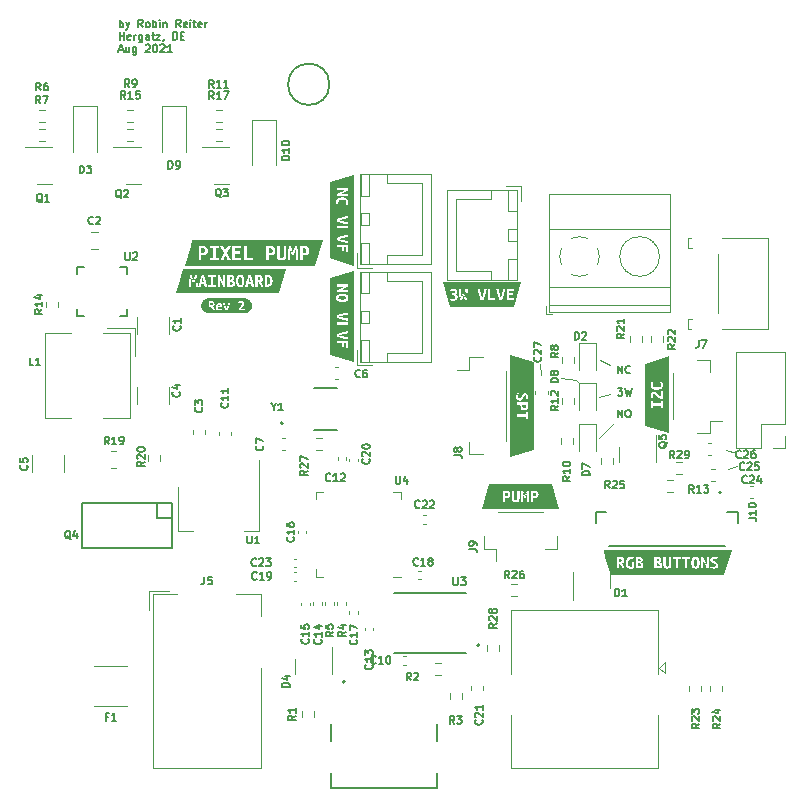
<source format=gbr>
%TF.GenerationSoftware,KiCad,Pcbnew,(5.99.0-11604-g878538abff)*%
%TF.CreationDate,2021-08-06T13:48:48+02:00*%
%TF.ProjectId,pixel-pump-mainboard,7375636b-6572-42d6-9f6e-652d6d61696e,rev?*%
%TF.SameCoordinates,Original*%
%TF.FileFunction,Legend,Top*%
%TF.FilePolarity,Positive*%
%FSLAX46Y46*%
G04 Gerber Fmt 4.6, Leading zero omitted, Abs format (unit mm)*
G04 Created by KiCad (PCBNEW (5.99.0-11604-g878538abff)) date 2021-08-06 13:48:48*
%MOMM*%
%LPD*%
G01*
G04 APERTURE LIST*
%ADD10C,0.120000*%
%ADD11C,0.130000*%
%ADD12C,0.150000*%
%ADD13C,0.127000*%
%ADD14C,0.200000*%
%ADD15C,0.152400*%
G04 APERTURE END LIST*
D10*
X117170200Y-122834400D02*
X116332000Y-122428000D01*
X127911800Y-130302000D02*
X127000000Y-130048000D01*
X111277400Y-122770900D02*
X111328200Y-123659900D01*
X117500400Y-127762000D02*
X116306600Y-128981200D01*
X117221000Y-125247400D02*
X116306600Y-125552200D01*
X114300000Y-124079000D02*
X114581000Y-124372000D01*
X127914400Y-131368800D02*
X127152400Y-131622800D01*
X113030000Y-123952000D02*
X114300000Y-124079000D01*
D11*
X75677261Y-94243547D02*
X75677261Y-93593547D01*
X75677261Y-93841166D02*
X75739166Y-93810214D01*
X75862976Y-93810214D01*
X75924880Y-93841166D01*
X75955833Y-93872119D01*
X75986785Y-93934023D01*
X75986785Y-94119738D01*
X75955833Y-94181642D01*
X75924880Y-94212595D01*
X75862976Y-94243547D01*
X75739166Y-94243547D01*
X75677261Y-94212595D01*
X76203452Y-93810214D02*
X76358214Y-94243547D01*
X76512976Y-93810214D02*
X76358214Y-94243547D01*
X76296309Y-94398309D01*
X76265357Y-94429261D01*
X76203452Y-94460214D01*
X77627261Y-94243547D02*
X77410595Y-93934023D01*
X77255833Y-94243547D02*
X77255833Y-93593547D01*
X77503452Y-93593547D01*
X77565357Y-93624500D01*
X77596309Y-93655452D01*
X77627261Y-93717357D01*
X77627261Y-93810214D01*
X77596309Y-93872119D01*
X77565357Y-93903071D01*
X77503452Y-93934023D01*
X77255833Y-93934023D01*
X77998690Y-94243547D02*
X77936785Y-94212595D01*
X77905833Y-94181642D01*
X77874880Y-94119738D01*
X77874880Y-93934023D01*
X77905833Y-93872119D01*
X77936785Y-93841166D01*
X77998690Y-93810214D01*
X78091547Y-93810214D01*
X78153452Y-93841166D01*
X78184404Y-93872119D01*
X78215357Y-93934023D01*
X78215357Y-94119738D01*
X78184404Y-94181642D01*
X78153452Y-94212595D01*
X78091547Y-94243547D01*
X77998690Y-94243547D01*
X78493928Y-94243547D02*
X78493928Y-93593547D01*
X78493928Y-93841166D02*
X78555833Y-93810214D01*
X78679642Y-93810214D01*
X78741547Y-93841166D01*
X78772500Y-93872119D01*
X78803452Y-93934023D01*
X78803452Y-94119738D01*
X78772500Y-94181642D01*
X78741547Y-94212595D01*
X78679642Y-94243547D01*
X78555833Y-94243547D01*
X78493928Y-94212595D01*
X79082023Y-94243547D02*
X79082023Y-93810214D01*
X79082023Y-93593547D02*
X79051071Y-93624500D01*
X79082023Y-93655452D01*
X79112976Y-93624500D01*
X79082023Y-93593547D01*
X79082023Y-93655452D01*
X79391547Y-93810214D02*
X79391547Y-94243547D01*
X79391547Y-93872119D02*
X79422500Y-93841166D01*
X79484404Y-93810214D01*
X79577261Y-93810214D01*
X79639166Y-93841166D01*
X79670119Y-93903071D01*
X79670119Y-94243547D01*
X80846309Y-94243547D02*
X80629642Y-93934023D01*
X80474880Y-94243547D02*
X80474880Y-93593547D01*
X80722500Y-93593547D01*
X80784404Y-93624500D01*
X80815357Y-93655452D01*
X80846309Y-93717357D01*
X80846309Y-93810214D01*
X80815357Y-93872119D01*
X80784404Y-93903071D01*
X80722500Y-93934023D01*
X80474880Y-93934023D01*
X81372500Y-94212595D02*
X81310595Y-94243547D01*
X81186785Y-94243547D01*
X81124880Y-94212595D01*
X81093928Y-94150690D01*
X81093928Y-93903071D01*
X81124880Y-93841166D01*
X81186785Y-93810214D01*
X81310595Y-93810214D01*
X81372500Y-93841166D01*
X81403452Y-93903071D01*
X81403452Y-93964976D01*
X81093928Y-94026880D01*
X81682023Y-94243547D02*
X81682023Y-93810214D01*
X81682023Y-93593547D02*
X81651071Y-93624500D01*
X81682023Y-93655452D01*
X81712976Y-93624500D01*
X81682023Y-93593547D01*
X81682023Y-93655452D01*
X81898690Y-93810214D02*
X82146309Y-93810214D01*
X81991547Y-93593547D02*
X81991547Y-94150690D01*
X82022500Y-94212595D01*
X82084404Y-94243547D01*
X82146309Y-94243547D01*
X82610595Y-94212595D02*
X82548690Y-94243547D01*
X82424880Y-94243547D01*
X82362976Y-94212595D01*
X82332023Y-94150690D01*
X82332023Y-93903071D01*
X82362976Y-93841166D01*
X82424880Y-93810214D01*
X82548690Y-93810214D01*
X82610595Y-93841166D01*
X82641547Y-93903071D01*
X82641547Y-93964976D01*
X82332023Y-94026880D01*
X82920119Y-94243547D02*
X82920119Y-93810214D01*
X82920119Y-93934023D02*
X82951071Y-93872119D01*
X82982023Y-93841166D01*
X83043928Y-93810214D01*
X83105833Y-93810214D01*
X75677261Y-95290047D02*
X75677261Y-94640047D01*
X75677261Y-94949571D02*
X76048690Y-94949571D01*
X76048690Y-95290047D02*
X76048690Y-94640047D01*
X76605833Y-95259095D02*
X76543928Y-95290047D01*
X76420119Y-95290047D01*
X76358214Y-95259095D01*
X76327261Y-95197190D01*
X76327261Y-94949571D01*
X76358214Y-94887666D01*
X76420119Y-94856714D01*
X76543928Y-94856714D01*
X76605833Y-94887666D01*
X76636785Y-94949571D01*
X76636785Y-95011476D01*
X76327261Y-95073380D01*
X76915357Y-95290047D02*
X76915357Y-94856714D01*
X76915357Y-94980523D02*
X76946309Y-94918619D01*
X76977261Y-94887666D01*
X77039166Y-94856714D01*
X77101071Y-94856714D01*
X77596309Y-94856714D02*
X77596309Y-95382904D01*
X77565357Y-95444809D01*
X77534404Y-95475761D01*
X77472500Y-95506714D01*
X77379642Y-95506714D01*
X77317738Y-95475761D01*
X77596309Y-95259095D02*
X77534404Y-95290047D01*
X77410595Y-95290047D01*
X77348690Y-95259095D01*
X77317738Y-95228142D01*
X77286785Y-95166238D01*
X77286785Y-94980523D01*
X77317738Y-94918619D01*
X77348690Y-94887666D01*
X77410595Y-94856714D01*
X77534404Y-94856714D01*
X77596309Y-94887666D01*
X78184404Y-95290047D02*
X78184404Y-94949571D01*
X78153452Y-94887666D01*
X78091547Y-94856714D01*
X77967738Y-94856714D01*
X77905833Y-94887666D01*
X78184404Y-95259095D02*
X78122500Y-95290047D01*
X77967738Y-95290047D01*
X77905833Y-95259095D01*
X77874880Y-95197190D01*
X77874880Y-95135285D01*
X77905833Y-95073380D01*
X77967738Y-95042428D01*
X78122500Y-95042428D01*
X78184404Y-95011476D01*
X78401071Y-94856714D02*
X78648690Y-94856714D01*
X78493928Y-94640047D02*
X78493928Y-95197190D01*
X78524880Y-95259095D01*
X78586785Y-95290047D01*
X78648690Y-95290047D01*
X78803452Y-94856714D02*
X79143928Y-94856714D01*
X78803452Y-95290047D01*
X79143928Y-95290047D01*
X79422500Y-95259095D02*
X79422500Y-95290047D01*
X79391547Y-95351952D01*
X79360595Y-95382904D01*
X80196309Y-95290047D02*
X80196309Y-94640047D01*
X80351071Y-94640047D01*
X80443928Y-94671000D01*
X80505833Y-94732904D01*
X80536785Y-94794809D01*
X80567738Y-94918619D01*
X80567738Y-95011476D01*
X80536785Y-95135285D01*
X80505833Y-95197190D01*
X80443928Y-95259095D01*
X80351071Y-95290047D01*
X80196309Y-95290047D01*
X80846309Y-94949571D02*
X81062976Y-94949571D01*
X81155833Y-95290047D02*
X80846309Y-95290047D01*
X80846309Y-94640047D01*
X81155833Y-94640047D01*
X75646309Y-96150833D02*
X75955833Y-96150833D01*
X75584404Y-96336547D02*
X75801071Y-95686547D01*
X76017738Y-96336547D01*
X76512976Y-95903214D02*
X76512976Y-96336547D01*
X76234404Y-95903214D02*
X76234404Y-96243690D01*
X76265357Y-96305595D01*
X76327261Y-96336547D01*
X76420119Y-96336547D01*
X76482023Y-96305595D01*
X76512976Y-96274642D01*
X77101071Y-95903214D02*
X77101071Y-96429404D01*
X77070119Y-96491309D01*
X77039166Y-96522261D01*
X76977261Y-96553214D01*
X76884404Y-96553214D01*
X76822500Y-96522261D01*
X77101071Y-96305595D02*
X77039166Y-96336547D01*
X76915357Y-96336547D01*
X76853452Y-96305595D01*
X76822500Y-96274642D01*
X76791547Y-96212738D01*
X76791547Y-96027023D01*
X76822500Y-95965119D01*
X76853452Y-95934166D01*
X76915357Y-95903214D01*
X77039166Y-95903214D01*
X77101071Y-95934166D01*
X77874880Y-95748452D02*
X77905833Y-95717500D01*
X77967738Y-95686547D01*
X78122500Y-95686547D01*
X78184404Y-95717500D01*
X78215357Y-95748452D01*
X78246309Y-95810357D01*
X78246309Y-95872261D01*
X78215357Y-95965119D01*
X77843928Y-96336547D01*
X78246309Y-96336547D01*
X78648690Y-95686547D02*
X78710595Y-95686547D01*
X78772500Y-95717500D01*
X78803452Y-95748452D01*
X78834404Y-95810357D01*
X78865357Y-95934166D01*
X78865357Y-96088928D01*
X78834404Y-96212738D01*
X78803452Y-96274642D01*
X78772500Y-96305595D01*
X78710595Y-96336547D01*
X78648690Y-96336547D01*
X78586785Y-96305595D01*
X78555833Y-96274642D01*
X78524880Y-96212738D01*
X78493928Y-96088928D01*
X78493928Y-95934166D01*
X78524880Y-95810357D01*
X78555833Y-95748452D01*
X78586785Y-95717500D01*
X78648690Y-95686547D01*
X79112976Y-95748452D02*
X79143928Y-95717500D01*
X79205833Y-95686547D01*
X79360595Y-95686547D01*
X79422500Y-95717500D01*
X79453452Y-95748452D01*
X79484404Y-95810357D01*
X79484404Y-95872261D01*
X79453452Y-95965119D01*
X79082023Y-96336547D01*
X79484404Y-96336547D01*
X80103452Y-96336547D02*
X79732023Y-96336547D01*
X79917738Y-96336547D02*
X79917738Y-95686547D01*
X79855833Y-95779404D01*
X79793928Y-95841309D01*
X79732023Y-95872261D01*
X117853285Y-123534847D02*
X117853285Y-122884847D01*
X118224714Y-123534847D01*
X118224714Y-122884847D01*
X118905666Y-123472942D02*
X118874714Y-123503895D01*
X118781857Y-123534847D01*
X118719952Y-123534847D01*
X118627095Y-123503895D01*
X118565190Y-123441990D01*
X118534238Y-123380085D01*
X118503285Y-123256276D01*
X118503285Y-123163419D01*
X118534238Y-123039609D01*
X118565190Y-122977704D01*
X118627095Y-122915800D01*
X118719952Y-122884847D01*
X118781857Y-122884847D01*
X118874714Y-122915800D01*
X118905666Y-122946752D01*
X117863209Y-127268647D02*
X117863209Y-126618647D01*
X118234638Y-127268647D01*
X118234638Y-126618647D01*
X118667971Y-126618647D02*
X118791780Y-126618647D01*
X118853685Y-126649600D01*
X118915590Y-126711504D01*
X118946542Y-126835314D01*
X118946542Y-127051980D01*
X118915590Y-127175790D01*
X118853685Y-127237695D01*
X118791780Y-127268647D01*
X118667971Y-127268647D01*
X118606066Y-127237695D01*
X118544161Y-127175790D01*
X118513209Y-127051980D01*
X118513209Y-126835314D01*
X118544161Y-126711504D01*
X118606066Y-126649600D01*
X118667971Y-126618647D01*
X117852104Y-124789847D02*
X118254485Y-124789847D01*
X118037819Y-125037466D01*
X118130676Y-125037466D01*
X118192580Y-125068419D01*
X118223533Y-125099371D01*
X118254485Y-125161276D01*
X118254485Y-125316038D01*
X118223533Y-125377942D01*
X118192580Y-125408895D01*
X118130676Y-125439847D01*
X117944961Y-125439847D01*
X117883057Y-125408895D01*
X117852104Y-125377942D01*
X118471152Y-124789847D02*
X118625914Y-125439847D01*
X118749723Y-124975561D01*
X118873533Y-125439847D01*
X119028295Y-124789847D01*
%TO.C,Q5*%
X122021952Y-129347904D02*
X121991000Y-129409809D01*
X121929095Y-129471714D01*
X121836238Y-129564571D01*
X121805285Y-129626476D01*
X121805285Y-129688380D01*
X121960047Y-129657428D02*
X121929095Y-129719333D01*
X121867190Y-129781238D01*
X121743380Y-129812190D01*
X121526714Y-129812190D01*
X121402904Y-129781238D01*
X121341000Y-129719333D01*
X121310047Y-129657428D01*
X121310047Y-129533619D01*
X121341000Y-129471714D01*
X121402904Y-129409809D01*
X121526714Y-129378857D01*
X121743380Y-129378857D01*
X121867190Y-129409809D01*
X121929095Y-129471714D01*
X121960047Y-129533619D01*
X121960047Y-129657428D01*
X121310047Y-128790761D02*
X121310047Y-129100285D01*
X121619571Y-129131238D01*
X121588619Y-129100285D01*
X121557666Y-129038380D01*
X121557666Y-128883619D01*
X121588619Y-128821714D01*
X121619571Y-128790761D01*
X121681476Y-128759809D01*
X121836238Y-128759809D01*
X121898142Y-128790761D01*
X121929095Y-128821714D01*
X121960047Y-128883619D01*
X121960047Y-129038380D01*
X121929095Y-129100285D01*
X121898142Y-129131238D01*
%TO.C,R29*%
X122645142Y-130723047D02*
X122428476Y-130413523D01*
X122273714Y-130723047D02*
X122273714Y-130073047D01*
X122521333Y-130073047D01*
X122583238Y-130104000D01*
X122614190Y-130134952D01*
X122645142Y-130196857D01*
X122645142Y-130289714D01*
X122614190Y-130351619D01*
X122583238Y-130382571D01*
X122521333Y-130413523D01*
X122273714Y-130413523D01*
X122892761Y-130134952D02*
X122923714Y-130104000D01*
X122985619Y-130073047D01*
X123140380Y-130073047D01*
X123202285Y-130104000D01*
X123233238Y-130134952D01*
X123264190Y-130196857D01*
X123264190Y-130258761D01*
X123233238Y-130351619D01*
X122861809Y-130723047D01*
X123264190Y-130723047D01*
X123573714Y-130723047D02*
X123697523Y-130723047D01*
X123759428Y-130692095D01*
X123790380Y-130661142D01*
X123852285Y-130568285D01*
X123883238Y-130444476D01*
X123883238Y-130196857D01*
X123852285Y-130134952D01*
X123821333Y-130104000D01*
X123759428Y-130073047D01*
X123635619Y-130073047D01*
X123573714Y-130104000D01*
X123542761Y-130134952D01*
X123511809Y-130196857D01*
X123511809Y-130351619D01*
X123542761Y-130413523D01*
X123573714Y-130444476D01*
X123635619Y-130475428D01*
X123759428Y-130475428D01*
X123821333Y-130444476D01*
X123852285Y-130413523D01*
X123883238Y-130351619D01*
%TO.C,C1*%
X80782142Y-119508333D02*
X80813095Y-119539285D01*
X80844047Y-119632142D01*
X80844047Y-119694047D01*
X80813095Y-119786904D01*
X80751190Y-119848809D01*
X80689285Y-119879761D01*
X80565476Y-119910714D01*
X80472619Y-119910714D01*
X80348809Y-119879761D01*
X80286904Y-119848809D01*
X80225000Y-119786904D01*
X80194047Y-119694047D01*
X80194047Y-119632142D01*
X80225000Y-119539285D01*
X80255952Y-119508333D01*
X80844047Y-118889285D02*
X80844047Y-119260714D01*
X80844047Y-119075000D02*
X80194047Y-119075000D01*
X80286904Y-119136904D01*
X80348809Y-119198809D01*
X80379761Y-119260714D01*
%TO.C,Q2*%
X75838095Y-108705952D02*
X75776190Y-108675000D01*
X75714285Y-108613095D01*
X75621428Y-108520238D01*
X75559523Y-108489285D01*
X75497619Y-108489285D01*
X75528571Y-108644047D02*
X75466666Y-108613095D01*
X75404761Y-108551190D01*
X75373809Y-108427380D01*
X75373809Y-108210714D01*
X75404761Y-108086904D01*
X75466666Y-108025000D01*
X75528571Y-107994047D01*
X75652380Y-107994047D01*
X75714285Y-108025000D01*
X75776190Y-108086904D01*
X75807142Y-108210714D01*
X75807142Y-108427380D01*
X75776190Y-108551190D01*
X75714285Y-108613095D01*
X75652380Y-108644047D01*
X75528571Y-108644047D01*
X76054761Y-108055952D02*
X76085714Y-108025000D01*
X76147619Y-107994047D01*
X76302380Y-107994047D01*
X76364285Y-108025000D01*
X76395238Y-108055952D01*
X76426190Y-108117857D01*
X76426190Y-108179761D01*
X76395238Y-108272619D01*
X76023809Y-108644047D01*
X76426190Y-108644047D01*
%TO.C,R27*%
X91607047Y-131761257D02*
X91297523Y-131977923D01*
X91607047Y-132132685D02*
X90957047Y-132132685D01*
X90957047Y-131885066D01*
X90988000Y-131823161D01*
X91018952Y-131792209D01*
X91080857Y-131761257D01*
X91173714Y-131761257D01*
X91235619Y-131792209D01*
X91266571Y-131823161D01*
X91297523Y-131885066D01*
X91297523Y-132132685D01*
X91018952Y-131513638D02*
X90988000Y-131482685D01*
X90957047Y-131420780D01*
X90957047Y-131266019D01*
X90988000Y-131204114D01*
X91018952Y-131173161D01*
X91080857Y-131142209D01*
X91142761Y-131142209D01*
X91235619Y-131173161D01*
X91607047Y-131544590D01*
X91607047Y-131142209D01*
X90957047Y-130925542D02*
X90957047Y-130492209D01*
X91607047Y-130770780D01*
%TO.C,R24*%
X126532047Y-153198857D02*
X126222523Y-153415523D01*
X126532047Y-153570285D02*
X125882047Y-153570285D01*
X125882047Y-153322666D01*
X125913000Y-153260761D01*
X125943952Y-153229809D01*
X126005857Y-153198857D01*
X126098714Y-153198857D01*
X126160619Y-153229809D01*
X126191571Y-153260761D01*
X126222523Y-153322666D01*
X126222523Y-153570285D01*
X125943952Y-152951238D02*
X125913000Y-152920285D01*
X125882047Y-152858380D01*
X125882047Y-152703619D01*
X125913000Y-152641714D01*
X125943952Y-152610761D01*
X126005857Y-152579809D01*
X126067761Y-152579809D01*
X126160619Y-152610761D01*
X126532047Y-152982190D01*
X126532047Y-152579809D01*
X126098714Y-152022666D02*
X126532047Y-152022666D01*
X125851095Y-152177428D02*
X126315380Y-152332190D01*
X126315380Y-151929809D01*
%TO.C,C6*%
X96030666Y-123803142D02*
X95999714Y-123834095D01*
X95906857Y-123865047D01*
X95844952Y-123865047D01*
X95752095Y-123834095D01*
X95690190Y-123772190D01*
X95659238Y-123710285D01*
X95628285Y-123586476D01*
X95628285Y-123493619D01*
X95659238Y-123369809D01*
X95690190Y-123307904D01*
X95752095Y-123246000D01*
X95844952Y-123215047D01*
X95906857Y-123215047D01*
X95999714Y-123246000D01*
X96030666Y-123276952D01*
X96587809Y-123215047D02*
X96464000Y-123215047D01*
X96402095Y-123246000D01*
X96371142Y-123276952D01*
X96309238Y-123369809D01*
X96278285Y-123493619D01*
X96278285Y-123741238D01*
X96309238Y-123803142D01*
X96340190Y-123834095D01*
X96402095Y-123865047D01*
X96525904Y-123865047D01*
X96587809Y-123834095D01*
X96618761Y-123803142D01*
X96649714Y-123741238D01*
X96649714Y-123586476D01*
X96618761Y-123524571D01*
X96587809Y-123493619D01*
X96525904Y-123462666D01*
X96402095Y-123462666D01*
X96340190Y-123493619D01*
X96309238Y-123524571D01*
X96278285Y-123586476D01*
%TO.C,Q3*%
X84266095Y-108610752D02*
X84204190Y-108579800D01*
X84142285Y-108517895D01*
X84049428Y-108425038D01*
X83987523Y-108394085D01*
X83925619Y-108394085D01*
X83956571Y-108548847D02*
X83894666Y-108517895D01*
X83832761Y-108455990D01*
X83801809Y-108332180D01*
X83801809Y-108115514D01*
X83832761Y-107991704D01*
X83894666Y-107929800D01*
X83956571Y-107898847D01*
X84080380Y-107898847D01*
X84142285Y-107929800D01*
X84204190Y-107991704D01*
X84235142Y-108115514D01*
X84235142Y-108332180D01*
X84204190Y-108455990D01*
X84142285Y-108517895D01*
X84080380Y-108548847D01*
X83956571Y-108548847D01*
X84451809Y-107898847D02*
X84854190Y-107898847D01*
X84637523Y-108146466D01*
X84730380Y-108146466D01*
X84792285Y-108177419D01*
X84823238Y-108208371D01*
X84854190Y-108270276D01*
X84854190Y-108425038D01*
X84823238Y-108486942D01*
X84792285Y-108517895D01*
X84730380Y-108548847D01*
X84544666Y-108548847D01*
X84482761Y-108517895D01*
X84451809Y-108486942D01*
%TO.C,D2*%
X114201238Y-120690047D02*
X114201238Y-120040047D01*
X114356000Y-120040047D01*
X114448857Y-120071000D01*
X114510761Y-120132904D01*
X114541714Y-120194809D01*
X114572666Y-120318619D01*
X114572666Y-120411476D01*
X114541714Y-120535285D01*
X114510761Y-120597190D01*
X114448857Y-120659095D01*
X114356000Y-120690047D01*
X114201238Y-120690047D01*
X114820285Y-120101952D02*
X114851238Y-120071000D01*
X114913142Y-120040047D01*
X115067904Y-120040047D01*
X115129809Y-120071000D01*
X115160761Y-120101952D01*
X115191714Y-120163857D01*
X115191714Y-120225761D01*
X115160761Y-120318619D01*
X114789333Y-120690047D01*
X115191714Y-120690047D01*
%TO.C,C2*%
X73441666Y-110852142D02*
X73410714Y-110883095D01*
X73317857Y-110914047D01*
X73255952Y-110914047D01*
X73163095Y-110883095D01*
X73101190Y-110821190D01*
X73070238Y-110759285D01*
X73039285Y-110635476D01*
X73039285Y-110542619D01*
X73070238Y-110418809D01*
X73101190Y-110356904D01*
X73163095Y-110295000D01*
X73255952Y-110264047D01*
X73317857Y-110264047D01*
X73410714Y-110295000D01*
X73441666Y-110325952D01*
X73689285Y-110325952D02*
X73720238Y-110295000D01*
X73782142Y-110264047D01*
X73936904Y-110264047D01*
X73998809Y-110295000D01*
X74029761Y-110325952D01*
X74060714Y-110387857D01*
X74060714Y-110449761D01*
X74029761Y-110542619D01*
X73658333Y-110914047D01*
X74060714Y-110914047D01*
%TO.C,R11*%
X83656142Y-99354047D02*
X83439476Y-99044523D01*
X83284714Y-99354047D02*
X83284714Y-98704047D01*
X83532333Y-98704047D01*
X83594238Y-98735000D01*
X83625190Y-98765952D01*
X83656142Y-98827857D01*
X83656142Y-98920714D01*
X83625190Y-98982619D01*
X83594238Y-99013571D01*
X83532333Y-99044523D01*
X83284714Y-99044523D01*
X84275190Y-99354047D02*
X83903761Y-99354047D01*
X84089476Y-99354047D02*
X84089476Y-98704047D01*
X84027571Y-98796904D01*
X83965666Y-98858809D01*
X83903761Y-98889761D01*
X84894238Y-99354047D02*
X84522809Y-99354047D01*
X84708523Y-99354047D02*
X84708523Y-98704047D01*
X84646619Y-98796904D01*
X84584714Y-98858809D01*
X84522809Y-98889761D01*
%TO.C,J8*%
X103987247Y-130442466D02*
X104451533Y-130442466D01*
X104544390Y-130473419D01*
X104606295Y-130535323D01*
X104637247Y-130628180D01*
X104637247Y-130690085D01*
X104265819Y-130040085D02*
X104234866Y-130101990D01*
X104203914Y-130132942D01*
X104142009Y-130163895D01*
X104111057Y-130163895D01*
X104049152Y-130132942D01*
X104018200Y-130101990D01*
X103987247Y-130040085D01*
X103987247Y-129916276D01*
X104018200Y-129854371D01*
X104049152Y-129823419D01*
X104111057Y-129792466D01*
X104142009Y-129792466D01*
X104203914Y-129823419D01*
X104234866Y-129854371D01*
X104265819Y-129916276D01*
X104265819Y-130040085D01*
X104296771Y-130101990D01*
X104327723Y-130132942D01*
X104389628Y-130163895D01*
X104513438Y-130163895D01*
X104575342Y-130132942D01*
X104606295Y-130101990D01*
X104637247Y-130040085D01*
X104637247Y-129916276D01*
X104606295Y-129854371D01*
X104575342Y-129823419D01*
X104513438Y-129792466D01*
X104389628Y-129792466D01*
X104327723Y-129823419D01*
X104296771Y-129854371D01*
X104265819Y-129916276D01*
%TO.C,Q4*%
X71538095Y-137555952D02*
X71476190Y-137525000D01*
X71414285Y-137463095D01*
X71321428Y-137370238D01*
X71259523Y-137339285D01*
X71197619Y-137339285D01*
X71228571Y-137494047D02*
X71166666Y-137463095D01*
X71104761Y-137401190D01*
X71073809Y-137277380D01*
X71073809Y-137060714D01*
X71104761Y-136936904D01*
X71166666Y-136875000D01*
X71228571Y-136844047D01*
X71352380Y-136844047D01*
X71414285Y-136875000D01*
X71476190Y-136936904D01*
X71507142Y-137060714D01*
X71507142Y-137277380D01*
X71476190Y-137401190D01*
X71414285Y-137463095D01*
X71352380Y-137494047D01*
X71228571Y-137494047D01*
X72064285Y-137060714D02*
X72064285Y-137494047D01*
X71909523Y-136813095D02*
X71754761Y-137277380D01*
X72157142Y-137277380D01*
D12*
%TO.C,C25*%
X128588742Y-131651742D02*
X128557790Y-131682695D01*
X128464933Y-131713647D01*
X128403028Y-131713647D01*
X128310171Y-131682695D01*
X128248266Y-131620790D01*
X128217314Y-131558885D01*
X128186361Y-131435076D01*
X128186361Y-131342219D01*
X128217314Y-131218409D01*
X128248266Y-131156504D01*
X128310171Y-131094600D01*
X128403028Y-131063647D01*
X128464933Y-131063647D01*
X128557790Y-131094600D01*
X128588742Y-131125552D01*
X128836361Y-131125552D02*
X128867314Y-131094600D01*
X128929219Y-131063647D01*
X129083980Y-131063647D01*
X129145885Y-131094600D01*
X129176838Y-131125552D01*
X129207790Y-131187457D01*
X129207790Y-131249361D01*
X129176838Y-131342219D01*
X128805409Y-131713647D01*
X129207790Y-131713647D01*
X129795885Y-131063647D02*
X129486361Y-131063647D01*
X129455409Y-131373171D01*
X129486361Y-131342219D01*
X129548266Y-131311266D01*
X129703028Y-131311266D01*
X129764933Y-131342219D01*
X129795885Y-131373171D01*
X129826838Y-131435076D01*
X129826838Y-131589838D01*
X129795885Y-131651742D01*
X129764933Y-131682695D01*
X129703028Y-131713647D01*
X129548266Y-131713647D01*
X129486361Y-131682695D01*
X129455409Y-131651742D01*
D11*
%TO.C,R19*%
X74782142Y-129544047D02*
X74565476Y-129234523D01*
X74410714Y-129544047D02*
X74410714Y-128894047D01*
X74658333Y-128894047D01*
X74720238Y-128925000D01*
X74751190Y-128955952D01*
X74782142Y-129017857D01*
X74782142Y-129110714D01*
X74751190Y-129172619D01*
X74720238Y-129203571D01*
X74658333Y-129234523D01*
X74410714Y-129234523D01*
X75401190Y-129544047D02*
X75029761Y-129544047D01*
X75215476Y-129544047D02*
X75215476Y-128894047D01*
X75153571Y-128986904D01*
X75091666Y-129048809D01*
X75029761Y-129079761D01*
X75710714Y-129544047D02*
X75834523Y-129544047D01*
X75896428Y-129513095D01*
X75927380Y-129482142D01*
X75989285Y-129389285D01*
X76020238Y-129265476D01*
X76020238Y-129017857D01*
X75989285Y-128955952D01*
X75958333Y-128925000D01*
X75896428Y-128894047D01*
X75772619Y-128894047D01*
X75710714Y-128925000D01*
X75679761Y-128955952D01*
X75648809Y-129017857D01*
X75648809Y-129172619D01*
X75679761Y-129234523D01*
X75710714Y-129265476D01*
X75772619Y-129296428D01*
X75896428Y-129296428D01*
X75958333Y-129265476D01*
X75989285Y-129234523D01*
X76020238Y-129172619D01*
%TO.C,R9*%
X76498066Y-99303247D02*
X76281400Y-98993723D01*
X76126638Y-99303247D02*
X76126638Y-98653247D01*
X76374257Y-98653247D01*
X76436161Y-98684200D01*
X76467114Y-98715152D01*
X76498066Y-98777057D01*
X76498066Y-98869914D01*
X76467114Y-98931819D01*
X76436161Y-98962771D01*
X76374257Y-98993723D01*
X76126638Y-98993723D01*
X76807590Y-99303247D02*
X76931400Y-99303247D01*
X76993304Y-99272295D01*
X77024257Y-99241342D01*
X77086161Y-99148485D01*
X77117114Y-99024676D01*
X77117114Y-98777057D01*
X77086161Y-98715152D01*
X77055209Y-98684200D01*
X76993304Y-98653247D01*
X76869495Y-98653247D01*
X76807590Y-98684200D01*
X76776638Y-98715152D01*
X76745685Y-98777057D01*
X76745685Y-98931819D01*
X76776638Y-98993723D01*
X76807590Y-99024676D01*
X76869495Y-99055628D01*
X76993304Y-99055628D01*
X77055209Y-99024676D01*
X77086161Y-98993723D01*
X77117114Y-98931819D01*
%TO.C,C13*%
X97036542Y-148192457D02*
X97067495Y-148223409D01*
X97098447Y-148316266D01*
X97098447Y-148378171D01*
X97067495Y-148471028D01*
X97005590Y-148532933D01*
X96943685Y-148563885D01*
X96819876Y-148594838D01*
X96727019Y-148594838D01*
X96603209Y-148563885D01*
X96541304Y-148532933D01*
X96479400Y-148471028D01*
X96448447Y-148378171D01*
X96448447Y-148316266D01*
X96479400Y-148223409D01*
X96510352Y-148192457D01*
X97098447Y-147573409D02*
X97098447Y-147944838D01*
X97098447Y-147759123D02*
X96448447Y-147759123D01*
X96541304Y-147821028D01*
X96603209Y-147882933D01*
X96634161Y-147944838D01*
X96448447Y-147356742D02*
X96448447Y-146954361D01*
X96696066Y-147171028D01*
X96696066Y-147078171D01*
X96727019Y-147016266D01*
X96757971Y-146985314D01*
X96819876Y-146954361D01*
X96974638Y-146954361D01*
X97036542Y-146985314D01*
X97067495Y-147016266D01*
X97098447Y-147078171D01*
X97098447Y-147263885D01*
X97067495Y-147325790D01*
X97036542Y-147356742D01*
%TO.C,U1*%
X86499761Y-137286647D02*
X86499761Y-137812838D01*
X86530714Y-137874742D01*
X86561666Y-137905695D01*
X86623571Y-137936647D01*
X86747380Y-137936647D01*
X86809285Y-137905695D01*
X86840238Y-137874742D01*
X86871190Y-137812838D01*
X86871190Y-137286647D01*
X87521190Y-137936647D02*
X87149761Y-137936647D01*
X87335476Y-137936647D02*
X87335476Y-137286647D01*
X87273571Y-137379504D01*
X87211666Y-137441409D01*
X87149761Y-137472361D01*
%TO.C,R21*%
X118404047Y-120178857D02*
X118094523Y-120395523D01*
X118404047Y-120550285D02*
X117754047Y-120550285D01*
X117754047Y-120302666D01*
X117785000Y-120240761D01*
X117815952Y-120209809D01*
X117877857Y-120178857D01*
X117970714Y-120178857D01*
X118032619Y-120209809D01*
X118063571Y-120240761D01*
X118094523Y-120302666D01*
X118094523Y-120550285D01*
X117815952Y-119931238D02*
X117785000Y-119900285D01*
X117754047Y-119838380D01*
X117754047Y-119683619D01*
X117785000Y-119621714D01*
X117815952Y-119590761D01*
X117877857Y-119559809D01*
X117939761Y-119559809D01*
X118032619Y-119590761D01*
X118404047Y-119962190D01*
X118404047Y-119559809D01*
X118404047Y-118940761D02*
X118404047Y-119312190D01*
X118404047Y-119126476D02*
X117754047Y-119126476D01*
X117846904Y-119188380D01*
X117908809Y-119250285D01*
X117939761Y-119312190D01*
%TO.C,C10*%
X97372142Y-148060142D02*
X97341190Y-148091095D01*
X97248333Y-148122047D01*
X97186428Y-148122047D01*
X97093571Y-148091095D01*
X97031666Y-148029190D01*
X97000714Y-147967285D01*
X96969761Y-147843476D01*
X96969761Y-147750619D01*
X97000714Y-147626809D01*
X97031666Y-147564904D01*
X97093571Y-147503000D01*
X97186428Y-147472047D01*
X97248333Y-147472047D01*
X97341190Y-147503000D01*
X97372142Y-147533952D01*
X97991190Y-148122047D02*
X97619761Y-148122047D01*
X97805476Y-148122047D02*
X97805476Y-147472047D01*
X97743571Y-147564904D01*
X97681666Y-147626809D01*
X97619761Y-147657761D01*
X98393571Y-147472047D02*
X98455476Y-147472047D01*
X98517380Y-147503000D01*
X98548333Y-147533952D01*
X98579285Y-147595857D01*
X98610238Y-147719666D01*
X98610238Y-147874428D01*
X98579285Y-147998238D01*
X98548333Y-148060142D01*
X98517380Y-148091095D01*
X98455476Y-148122047D01*
X98393571Y-148122047D01*
X98331666Y-148091095D01*
X98300714Y-148060142D01*
X98269761Y-147998238D01*
X98238809Y-147874428D01*
X98238809Y-147719666D01*
X98269761Y-147595857D01*
X98300714Y-147533952D01*
X98331666Y-147503000D01*
X98393571Y-147472047D01*
%TO.C,D9*%
X79809638Y-106212047D02*
X79809638Y-105562047D01*
X79964400Y-105562047D01*
X80057257Y-105593000D01*
X80119161Y-105654904D01*
X80150114Y-105716809D01*
X80181066Y-105840619D01*
X80181066Y-105933476D01*
X80150114Y-106057285D01*
X80119161Y-106119190D01*
X80057257Y-106181095D01*
X79964400Y-106212047D01*
X79809638Y-106212047D01*
X80490590Y-106212047D02*
X80614400Y-106212047D01*
X80676304Y-106181095D01*
X80707257Y-106150142D01*
X80769161Y-106057285D01*
X80800114Y-105933476D01*
X80800114Y-105685857D01*
X80769161Y-105623952D01*
X80738209Y-105593000D01*
X80676304Y-105562047D01*
X80552495Y-105562047D01*
X80490590Y-105593000D01*
X80459638Y-105623952D01*
X80428685Y-105685857D01*
X80428685Y-105840619D01*
X80459638Y-105902523D01*
X80490590Y-105933476D01*
X80552495Y-105964428D01*
X80676304Y-105964428D01*
X80738209Y-105933476D01*
X80769161Y-105902523D01*
X80800114Y-105840619D01*
%TO.C,R5*%
X93766047Y-145396333D02*
X93456523Y-145613000D01*
X93766047Y-145767761D02*
X93116047Y-145767761D01*
X93116047Y-145520142D01*
X93147000Y-145458238D01*
X93177952Y-145427285D01*
X93239857Y-145396333D01*
X93332714Y-145396333D01*
X93394619Y-145427285D01*
X93425571Y-145458238D01*
X93456523Y-145520142D01*
X93456523Y-145767761D01*
X93116047Y-144808238D02*
X93116047Y-145117761D01*
X93425571Y-145148714D01*
X93394619Y-145117761D01*
X93363666Y-145055857D01*
X93363666Y-144901095D01*
X93394619Y-144839190D01*
X93425571Y-144808238D01*
X93487476Y-144777285D01*
X93642238Y-144777285D01*
X93704142Y-144808238D01*
X93735095Y-144839190D01*
X93766047Y-144901095D01*
X93766047Y-145055857D01*
X93735095Y-145117761D01*
X93704142Y-145148714D01*
D12*
%TO.C,C21*%
X106353342Y-152868657D02*
X106384295Y-152899609D01*
X106415247Y-152992466D01*
X106415247Y-153054371D01*
X106384295Y-153147228D01*
X106322390Y-153209133D01*
X106260485Y-153240085D01*
X106136676Y-153271038D01*
X106043819Y-153271038D01*
X105920009Y-153240085D01*
X105858104Y-153209133D01*
X105796200Y-153147228D01*
X105765247Y-153054371D01*
X105765247Y-152992466D01*
X105796200Y-152899609D01*
X105827152Y-152868657D01*
X105827152Y-152621038D02*
X105796200Y-152590085D01*
X105765247Y-152528180D01*
X105765247Y-152373419D01*
X105796200Y-152311514D01*
X105827152Y-152280561D01*
X105889057Y-152249609D01*
X105950961Y-152249609D01*
X106043819Y-152280561D01*
X106415247Y-152651990D01*
X106415247Y-152249609D01*
X106415247Y-151630561D02*
X106415247Y-152001990D01*
X106415247Y-151816276D02*
X105765247Y-151816276D01*
X105858104Y-151878180D01*
X105920009Y-151940085D01*
X105950961Y-152001990D01*
D11*
%TO.C,R28*%
X107609047Y-144689857D02*
X107299523Y-144906523D01*
X107609047Y-145061285D02*
X106959047Y-145061285D01*
X106959047Y-144813666D01*
X106990000Y-144751761D01*
X107020952Y-144720809D01*
X107082857Y-144689857D01*
X107175714Y-144689857D01*
X107237619Y-144720809D01*
X107268571Y-144751761D01*
X107299523Y-144813666D01*
X107299523Y-145061285D01*
X107020952Y-144442238D02*
X106990000Y-144411285D01*
X106959047Y-144349380D01*
X106959047Y-144194619D01*
X106990000Y-144132714D01*
X107020952Y-144101761D01*
X107082857Y-144070809D01*
X107144761Y-144070809D01*
X107237619Y-144101761D01*
X107609047Y-144473190D01*
X107609047Y-144070809D01*
X107237619Y-143699380D02*
X107206666Y-143761285D01*
X107175714Y-143792238D01*
X107113809Y-143823190D01*
X107082857Y-143823190D01*
X107020952Y-143792238D01*
X106990000Y-143761285D01*
X106959047Y-143699380D01*
X106959047Y-143575571D01*
X106990000Y-143513666D01*
X107020952Y-143482714D01*
X107082857Y-143451761D01*
X107113809Y-143451761D01*
X107175714Y-143482714D01*
X107206666Y-143513666D01*
X107237619Y-143575571D01*
X107237619Y-143699380D01*
X107268571Y-143761285D01*
X107299523Y-143792238D01*
X107361428Y-143823190D01*
X107485238Y-143823190D01*
X107547142Y-143792238D01*
X107578095Y-143761285D01*
X107609047Y-143699380D01*
X107609047Y-143575571D01*
X107578095Y-143513666D01*
X107547142Y-143482714D01*
X107485238Y-143451761D01*
X107361428Y-143451761D01*
X107299523Y-143482714D01*
X107268571Y-143513666D01*
X107237619Y-143575571D01*
%TO.C,D10*%
X90057647Y-105462685D02*
X89407647Y-105462685D01*
X89407647Y-105307923D01*
X89438600Y-105215066D01*
X89500504Y-105153161D01*
X89562409Y-105122209D01*
X89686219Y-105091257D01*
X89779076Y-105091257D01*
X89902885Y-105122209D01*
X89964790Y-105153161D01*
X90026695Y-105215066D01*
X90057647Y-105307923D01*
X90057647Y-105462685D01*
X90057647Y-104472209D02*
X90057647Y-104843638D01*
X90057647Y-104657923D02*
X89407647Y-104657923D01*
X89500504Y-104719828D01*
X89562409Y-104781733D01*
X89593361Y-104843638D01*
X89407647Y-104069828D02*
X89407647Y-104007923D01*
X89438600Y-103946019D01*
X89469552Y-103915066D01*
X89531457Y-103884114D01*
X89655266Y-103853161D01*
X89810028Y-103853161D01*
X89933838Y-103884114D01*
X89995742Y-103915066D01*
X90026695Y-103946019D01*
X90057647Y-104007923D01*
X90057647Y-104069828D01*
X90026695Y-104131733D01*
X89995742Y-104162685D01*
X89933838Y-104193638D01*
X89810028Y-104224590D01*
X89655266Y-104224590D01*
X89531457Y-104193638D01*
X89469552Y-104162685D01*
X89438600Y-104131733D01*
X89407647Y-104069828D01*
%TO.C,R23*%
X124754047Y-153198857D02*
X124444523Y-153415523D01*
X124754047Y-153570285D02*
X124104047Y-153570285D01*
X124104047Y-153322666D01*
X124135000Y-153260761D01*
X124165952Y-153229809D01*
X124227857Y-153198857D01*
X124320714Y-153198857D01*
X124382619Y-153229809D01*
X124413571Y-153260761D01*
X124444523Y-153322666D01*
X124444523Y-153570285D01*
X124165952Y-152951238D02*
X124135000Y-152920285D01*
X124104047Y-152858380D01*
X124104047Y-152703619D01*
X124135000Y-152641714D01*
X124165952Y-152610761D01*
X124227857Y-152579809D01*
X124289761Y-152579809D01*
X124382619Y-152610761D01*
X124754047Y-152982190D01*
X124754047Y-152579809D01*
X124104047Y-152363142D02*
X124104047Y-151960761D01*
X124351666Y-152177428D01*
X124351666Y-152084571D01*
X124382619Y-152022666D01*
X124413571Y-151991714D01*
X124475476Y-151960761D01*
X124630238Y-151960761D01*
X124692142Y-151991714D01*
X124723095Y-152022666D01*
X124754047Y-152084571D01*
X124754047Y-152270285D01*
X124723095Y-152332190D01*
X124692142Y-152363142D01*
%TO.C,D3*%
X72291238Y-106590047D02*
X72291238Y-105940047D01*
X72446000Y-105940047D01*
X72538857Y-105971000D01*
X72600761Y-106032904D01*
X72631714Y-106094809D01*
X72662666Y-106218619D01*
X72662666Y-106311476D01*
X72631714Y-106435285D01*
X72600761Y-106497190D01*
X72538857Y-106559095D01*
X72446000Y-106590047D01*
X72291238Y-106590047D01*
X72879333Y-105940047D02*
X73281714Y-105940047D01*
X73065047Y-106187666D01*
X73157904Y-106187666D01*
X73219809Y-106218619D01*
X73250761Y-106249571D01*
X73281714Y-106311476D01*
X73281714Y-106466238D01*
X73250761Y-106528142D01*
X73219809Y-106559095D01*
X73157904Y-106590047D01*
X72972190Y-106590047D01*
X72910285Y-106559095D01*
X72879333Y-106528142D01*
%TO.C,Y1*%
X88717476Y-126349523D02*
X88717476Y-126659047D01*
X88500809Y-126009047D02*
X88717476Y-126349523D01*
X88934142Y-126009047D01*
X89491285Y-126659047D02*
X89119857Y-126659047D01*
X89305571Y-126659047D02*
X89305571Y-126009047D01*
X89243666Y-126101904D01*
X89181761Y-126163809D01*
X89119857Y-126194761D01*
%TO.C,U2*%
X76154761Y-113294047D02*
X76154761Y-113820238D01*
X76185714Y-113882142D01*
X76216666Y-113913095D01*
X76278571Y-113944047D01*
X76402380Y-113944047D01*
X76464285Y-113913095D01*
X76495238Y-113882142D01*
X76526190Y-113820238D01*
X76526190Y-113294047D01*
X76804761Y-113355952D02*
X76835714Y-113325000D01*
X76897619Y-113294047D01*
X77052380Y-113294047D01*
X77114285Y-113325000D01*
X77145238Y-113355952D01*
X77176190Y-113417857D01*
X77176190Y-113479761D01*
X77145238Y-113572619D01*
X76773809Y-113944047D01*
X77176190Y-113944047D01*
%TO.C,C5*%
X67832142Y-131308333D02*
X67863095Y-131339285D01*
X67894047Y-131432142D01*
X67894047Y-131494047D01*
X67863095Y-131586904D01*
X67801190Y-131648809D01*
X67739285Y-131679761D01*
X67615476Y-131710714D01*
X67522619Y-131710714D01*
X67398809Y-131679761D01*
X67336904Y-131648809D01*
X67275000Y-131586904D01*
X67244047Y-131494047D01*
X67244047Y-131432142D01*
X67275000Y-131339285D01*
X67305952Y-131308333D01*
X67244047Y-130720238D02*
X67244047Y-131029761D01*
X67553571Y-131060714D01*
X67522619Y-131029761D01*
X67491666Y-130967857D01*
X67491666Y-130813095D01*
X67522619Y-130751190D01*
X67553571Y-130720238D01*
X67615476Y-130689285D01*
X67770238Y-130689285D01*
X67832142Y-130720238D01*
X67863095Y-130751190D01*
X67894047Y-130813095D01*
X67894047Y-130967857D01*
X67863095Y-131029761D01*
X67832142Y-131060714D01*
%TO.C,C17*%
X95736142Y-146086857D02*
X95767095Y-146117809D01*
X95798047Y-146210666D01*
X95798047Y-146272571D01*
X95767095Y-146365428D01*
X95705190Y-146427333D01*
X95643285Y-146458285D01*
X95519476Y-146489238D01*
X95426619Y-146489238D01*
X95302809Y-146458285D01*
X95240904Y-146427333D01*
X95179000Y-146365428D01*
X95148047Y-146272571D01*
X95148047Y-146210666D01*
X95179000Y-146117809D01*
X95209952Y-146086857D01*
X95798047Y-145467809D02*
X95798047Y-145839238D01*
X95798047Y-145653523D02*
X95148047Y-145653523D01*
X95240904Y-145715428D01*
X95302809Y-145777333D01*
X95333761Y-145839238D01*
X95148047Y-145251142D02*
X95148047Y-144817809D01*
X95798047Y-145096380D01*
%TO.C,C14*%
X92718542Y-146061457D02*
X92749495Y-146092409D01*
X92780447Y-146185266D01*
X92780447Y-146247171D01*
X92749495Y-146340028D01*
X92687590Y-146401933D01*
X92625685Y-146432885D01*
X92501876Y-146463838D01*
X92409019Y-146463838D01*
X92285209Y-146432885D01*
X92223304Y-146401933D01*
X92161400Y-146340028D01*
X92130447Y-146247171D01*
X92130447Y-146185266D01*
X92161400Y-146092409D01*
X92192352Y-146061457D01*
X92780447Y-145442409D02*
X92780447Y-145813838D01*
X92780447Y-145628123D02*
X92130447Y-145628123D01*
X92223304Y-145690028D01*
X92285209Y-145751933D01*
X92316161Y-145813838D01*
X92347114Y-144885266D02*
X92780447Y-144885266D01*
X92099495Y-145040028D02*
X92563780Y-145194790D01*
X92563780Y-144792409D01*
%TO.C,R17*%
X83656142Y-100319247D02*
X83439476Y-100009723D01*
X83284714Y-100319247D02*
X83284714Y-99669247D01*
X83532333Y-99669247D01*
X83594238Y-99700200D01*
X83625190Y-99731152D01*
X83656142Y-99793057D01*
X83656142Y-99885914D01*
X83625190Y-99947819D01*
X83594238Y-99978771D01*
X83532333Y-100009723D01*
X83284714Y-100009723D01*
X84275190Y-100319247D02*
X83903761Y-100319247D01*
X84089476Y-100319247D02*
X84089476Y-99669247D01*
X84027571Y-99762104D01*
X83965666Y-99824009D01*
X83903761Y-99854961D01*
X84491857Y-99669247D02*
X84925190Y-99669247D01*
X84646619Y-100319247D01*
%TO.C,R12*%
X112816047Y-126274857D02*
X112506523Y-126491523D01*
X112816047Y-126646285D02*
X112166047Y-126646285D01*
X112166047Y-126398666D01*
X112197000Y-126336761D01*
X112227952Y-126305809D01*
X112289857Y-126274857D01*
X112382714Y-126274857D01*
X112444619Y-126305809D01*
X112475571Y-126336761D01*
X112506523Y-126398666D01*
X112506523Y-126646285D01*
X112816047Y-125655809D02*
X112816047Y-126027238D01*
X112816047Y-125841523D02*
X112166047Y-125841523D01*
X112258904Y-125903428D01*
X112320809Y-125965333D01*
X112351761Y-126027238D01*
X112227952Y-125408190D02*
X112197000Y-125377238D01*
X112166047Y-125315333D01*
X112166047Y-125160571D01*
X112197000Y-125098666D01*
X112227952Y-125067714D01*
X112289857Y-125036761D01*
X112351761Y-125036761D01*
X112444619Y-125067714D01*
X112816047Y-125439142D01*
X112816047Y-125036761D01*
%TO.C,R20*%
X77794047Y-131017857D02*
X77484523Y-131234523D01*
X77794047Y-131389285D02*
X77144047Y-131389285D01*
X77144047Y-131141666D01*
X77175000Y-131079761D01*
X77205952Y-131048809D01*
X77267857Y-131017857D01*
X77360714Y-131017857D01*
X77422619Y-131048809D01*
X77453571Y-131079761D01*
X77484523Y-131141666D01*
X77484523Y-131389285D01*
X77205952Y-130770238D02*
X77175000Y-130739285D01*
X77144047Y-130677380D01*
X77144047Y-130522619D01*
X77175000Y-130460714D01*
X77205952Y-130429761D01*
X77267857Y-130398809D01*
X77329761Y-130398809D01*
X77422619Y-130429761D01*
X77794047Y-130801190D01*
X77794047Y-130398809D01*
X77144047Y-129996428D02*
X77144047Y-129934523D01*
X77175000Y-129872619D01*
X77205952Y-129841666D01*
X77267857Y-129810714D01*
X77391666Y-129779761D01*
X77546428Y-129779761D01*
X77670238Y-129810714D01*
X77732142Y-129841666D01*
X77763095Y-129872619D01*
X77794047Y-129934523D01*
X77794047Y-129996428D01*
X77763095Y-130058333D01*
X77732142Y-130089285D01*
X77670238Y-130120238D01*
X77546428Y-130151190D01*
X77391666Y-130151190D01*
X77267857Y-130120238D01*
X77205952Y-130089285D01*
X77175000Y-130058333D01*
X77144047Y-129996428D01*
%TO.C,R25*%
X117184142Y-133263047D02*
X116967476Y-132953523D01*
X116812714Y-133263047D02*
X116812714Y-132613047D01*
X117060333Y-132613047D01*
X117122238Y-132644000D01*
X117153190Y-132674952D01*
X117184142Y-132736857D01*
X117184142Y-132829714D01*
X117153190Y-132891619D01*
X117122238Y-132922571D01*
X117060333Y-132953523D01*
X116812714Y-132953523D01*
X117431761Y-132674952D02*
X117462714Y-132644000D01*
X117524619Y-132613047D01*
X117679380Y-132613047D01*
X117741285Y-132644000D01*
X117772238Y-132674952D01*
X117803190Y-132736857D01*
X117803190Y-132798761D01*
X117772238Y-132891619D01*
X117400809Y-133263047D01*
X117803190Y-133263047D01*
X118391285Y-132613047D02*
X118081761Y-132613047D01*
X118050809Y-132922571D01*
X118081761Y-132891619D01*
X118143666Y-132860666D01*
X118298428Y-132860666D01*
X118360333Y-132891619D01*
X118391285Y-132922571D01*
X118422238Y-132984476D01*
X118422238Y-133139238D01*
X118391285Y-133201142D01*
X118360333Y-133232095D01*
X118298428Y-133263047D01*
X118143666Y-133263047D01*
X118081761Y-133232095D01*
X118050809Y-133201142D01*
%TO.C,Q1*%
X69138095Y-109055952D02*
X69076190Y-109025000D01*
X69014285Y-108963095D01*
X68921428Y-108870238D01*
X68859523Y-108839285D01*
X68797619Y-108839285D01*
X68828571Y-108994047D02*
X68766666Y-108963095D01*
X68704761Y-108901190D01*
X68673809Y-108777380D01*
X68673809Y-108560714D01*
X68704761Y-108436904D01*
X68766666Y-108375000D01*
X68828571Y-108344047D01*
X68952380Y-108344047D01*
X69014285Y-108375000D01*
X69076190Y-108436904D01*
X69107142Y-108560714D01*
X69107142Y-108777380D01*
X69076190Y-108901190D01*
X69014285Y-108963095D01*
X68952380Y-108994047D01*
X68828571Y-108994047D01*
X69726190Y-108994047D02*
X69354761Y-108994047D01*
X69540476Y-108994047D02*
X69540476Y-108344047D01*
X69478571Y-108436904D01*
X69416666Y-108498809D01*
X69354761Y-108529761D01*
%TO.C,C11*%
X84839542Y-126046257D02*
X84870495Y-126077209D01*
X84901447Y-126170066D01*
X84901447Y-126231971D01*
X84870495Y-126324828D01*
X84808590Y-126386733D01*
X84746685Y-126417685D01*
X84622876Y-126448638D01*
X84530019Y-126448638D01*
X84406209Y-126417685D01*
X84344304Y-126386733D01*
X84282400Y-126324828D01*
X84251447Y-126231971D01*
X84251447Y-126170066D01*
X84282400Y-126077209D01*
X84313352Y-126046257D01*
X84901447Y-125427209D02*
X84901447Y-125798638D01*
X84901447Y-125612923D02*
X84251447Y-125612923D01*
X84344304Y-125674828D01*
X84406209Y-125736733D01*
X84437161Y-125798638D01*
X84901447Y-124808161D02*
X84901447Y-125179590D01*
X84901447Y-124993876D02*
X84251447Y-124993876D01*
X84344304Y-125055780D01*
X84406209Y-125117685D01*
X84437161Y-125179590D01*
%TO.C,C12*%
X93536742Y-132591542D02*
X93505790Y-132622495D01*
X93412933Y-132653447D01*
X93351028Y-132653447D01*
X93258171Y-132622495D01*
X93196266Y-132560590D01*
X93165314Y-132498685D01*
X93134361Y-132374876D01*
X93134361Y-132282019D01*
X93165314Y-132158209D01*
X93196266Y-132096304D01*
X93258171Y-132034400D01*
X93351028Y-132003447D01*
X93412933Y-132003447D01*
X93505790Y-132034400D01*
X93536742Y-132065352D01*
X94155790Y-132653447D02*
X93784361Y-132653447D01*
X93970076Y-132653447D02*
X93970076Y-132003447D01*
X93908171Y-132096304D01*
X93846266Y-132158209D01*
X93784361Y-132189161D01*
X94403409Y-132065352D02*
X94434361Y-132034400D01*
X94496266Y-132003447D01*
X94651028Y-132003447D01*
X94712933Y-132034400D01*
X94743885Y-132065352D01*
X94774838Y-132127257D01*
X94774838Y-132189161D01*
X94743885Y-132282019D01*
X94372457Y-132653447D01*
X94774838Y-132653447D01*
%TO.C,U3*%
X103949561Y-140817247D02*
X103949561Y-141343438D01*
X103980514Y-141405342D01*
X104011466Y-141436295D01*
X104073371Y-141467247D01*
X104197180Y-141467247D01*
X104259085Y-141436295D01*
X104290038Y-141405342D01*
X104320990Y-141343438D01*
X104320990Y-140817247D01*
X104568609Y-140817247D02*
X104970990Y-140817247D01*
X104754323Y-141064866D01*
X104847180Y-141064866D01*
X104909085Y-141095819D01*
X104940038Y-141126771D01*
X104970990Y-141188676D01*
X104970990Y-141343438D01*
X104940038Y-141405342D01*
X104909085Y-141436295D01*
X104847180Y-141467247D01*
X104661466Y-141467247D01*
X104599561Y-141436295D01*
X104568609Y-141405342D01*
%TO.C,D1*%
X117630238Y-142407047D02*
X117630238Y-141757047D01*
X117785000Y-141757047D01*
X117877857Y-141788000D01*
X117939761Y-141849904D01*
X117970714Y-141911809D01*
X118001666Y-142035619D01*
X118001666Y-142128476D01*
X117970714Y-142252285D01*
X117939761Y-142314190D01*
X117877857Y-142376095D01*
X117785000Y-142407047D01*
X117630238Y-142407047D01*
X118620714Y-142407047D02*
X118249285Y-142407047D01*
X118435000Y-142407047D02*
X118435000Y-141757047D01*
X118373095Y-141849904D01*
X118311190Y-141911809D01*
X118249285Y-141942761D01*
%TO.C,J7*%
X124700533Y-120725847D02*
X124700533Y-121190133D01*
X124669580Y-121282990D01*
X124607676Y-121344895D01*
X124514819Y-121375847D01*
X124452914Y-121375847D01*
X124948152Y-120725847D02*
X125381485Y-120725847D01*
X125102914Y-121375847D01*
D12*
%TO.C,C24*%
X128791942Y-132769342D02*
X128760990Y-132800295D01*
X128668133Y-132831247D01*
X128606228Y-132831247D01*
X128513371Y-132800295D01*
X128451466Y-132738390D01*
X128420514Y-132676485D01*
X128389561Y-132552676D01*
X128389561Y-132459819D01*
X128420514Y-132336009D01*
X128451466Y-132274104D01*
X128513371Y-132212200D01*
X128606228Y-132181247D01*
X128668133Y-132181247D01*
X128760990Y-132212200D01*
X128791942Y-132243152D01*
X129039561Y-132243152D02*
X129070514Y-132212200D01*
X129132419Y-132181247D01*
X129287180Y-132181247D01*
X129349085Y-132212200D01*
X129380038Y-132243152D01*
X129410990Y-132305057D01*
X129410990Y-132366961D01*
X129380038Y-132459819D01*
X129008609Y-132831247D01*
X129410990Y-132831247D01*
X129968133Y-132397914D02*
X129968133Y-132831247D01*
X129813371Y-132150295D02*
X129658609Y-132614580D01*
X130060990Y-132614580D01*
D11*
%TO.C,C23*%
X87237542Y-139779742D02*
X87206590Y-139810695D01*
X87113733Y-139841647D01*
X87051828Y-139841647D01*
X86958971Y-139810695D01*
X86897066Y-139748790D01*
X86866114Y-139686885D01*
X86835161Y-139563076D01*
X86835161Y-139470219D01*
X86866114Y-139346409D01*
X86897066Y-139284504D01*
X86958971Y-139222600D01*
X87051828Y-139191647D01*
X87113733Y-139191647D01*
X87206590Y-139222600D01*
X87237542Y-139253552D01*
X87485161Y-139253552D02*
X87516114Y-139222600D01*
X87578019Y-139191647D01*
X87732780Y-139191647D01*
X87794685Y-139222600D01*
X87825638Y-139253552D01*
X87856590Y-139315457D01*
X87856590Y-139377361D01*
X87825638Y-139470219D01*
X87454209Y-139841647D01*
X87856590Y-139841647D01*
X88073257Y-139191647D02*
X88475638Y-139191647D01*
X88258971Y-139439266D01*
X88351828Y-139439266D01*
X88413733Y-139470219D01*
X88444685Y-139501171D01*
X88475638Y-139563076D01*
X88475638Y-139717838D01*
X88444685Y-139779742D01*
X88413733Y-139810695D01*
X88351828Y-139841647D01*
X88166114Y-139841647D01*
X88104209Y-139810695D01*
X88073257Y-139779742D01*
%TO.C,R10*%
X113832047Y-132243857D02*
X113522523Y-132460523D01*
X113832047Y-132615285D02*
X113182047Y-132615285D01*
X113182047Y-132367666D01*
X113213000Y-132305761D01*
X113243952Y-132274809D01*
X113305857Y-132243857D01*
X113398714Y-132243857D01*
X113460619Y-132274809D01*
X113491571Y-132305761D01*
X113522523Y-132367666D01*
X113522523Y-132615285D01*
X113832047Y-131624809D02*
X113832047Y-131996238D01*
X113832047Y-131810523D02*
X113182047Y-131810523D01*
X113274904Y-131872428D01*
X113336809Y-131934333D01*
X113367761Y-131996238D01*
X113182047Y-131222428D02*
X113182047Y-131160523D01*
X113213000Y-131098619D01*
X113243952Y-131067666D01*
X113305857Y-131036714D01*
X113429666Y-131005761D01*
X113584428Y-131005761D01*
X113708238Y-131036714D01*
X113770142Y-131067666D01*
X113801095Y-131098619D01*
X113832047Y-131160523D01*
X113832047Y-131222428D01*
X113801095Y-131284333D01*
X113770142Y-131315285D01*
X113708238Y-131346238D01*
X113584428Y-131377190D01*
X113429666Y-131377190D01*
X113305857Y-131346238D01*
X113243952Y-131315285D01*
X113213000Y-131284333D01*
X113182047Y-131222428D01*
%TO.C,R8*%
X112816047Y-121774333D02*
X112506523Y-121991000D01*
X112816047Y-122145761D02*
X112166047Y-122145761D01*
X112166047Y-121898142D01*
X112197000Y-121836238D01*
X112227952Y-121805285D01*
X112289857Y-121774333D01*
X112382714Y-121774333D01*
X112444619Y-121805285D01*
X112475571Y-121836238D01*
X112506523Y-121898142D01*
X112506523Y-122145761D01*
X112444619Y-121402904D02*
X112413666Y-121464809D01*
X112382714Y-121495761D01*
X112320809Y-121526714D01*
X112289857Y-121526714D01*
X112227952Y-121495761D01*
X112197000Y-121464809D01*
X112166047Y-121402904D01*
X112166047Y-121279095D01*
X112197000Y-121217190D01*
X112227952Y-121186238D01*
X112289857Y-121155285D01*
X112320809Y-121155285D01*
X112382714Y-121186238D01*
X112413666Y-121217190D01*
X112444619Y-121279095D01*
X112444619Y-121402904D01*
X112475571Y-121464809D01*
X112506523Y-121495761D01*
X112568428Y-121526714D01*
X112692238Y-121526714D01*
X112754142Y-121495761D01*
X112785095Y-121464809D01*
X112816047Y-121402904D01*
X112816047Y-121279095D01*
X112785095Y-121217190D01*
X112754142Y-121186238D01*
X112692238Y-121155285D01*
X112568428Y-121155285D01*
X112506523Y-121186238D01*
X112475571Y-121217190D01*
X112444619Y-121279095D01*
%TO.C,D8*%
X112816047Y-124304761D02*
X112166047Y-124304761D01*
X112166047Y-124150000D01*
X112197000Y-124057142D01*
X112258904Y-123995238D01*
X112320809Y-123964285D01*
X112444619Y-123933333D01*
X112537476Y-123933333D01*
X112661285Y-123964285D01*
X112723190Y-123995238D01*
X112785095Y-124057142D01*
X112816047Y-124150000D01*
X112816047Y-124304761D01*
X112444619Y-123561904D02*
X112413666Y-123623809D01*
X112382714Y-123654761D01*
X112320809Y-123685714D01*
X112289857Y-123685714D01*
X112227952Y-123654761D01*
X112197000Y-123623809D01*
X112166047Y-123561904D01*
X112166047Y-123438095D01*
X112197000Y-123376190D01*
X112227952Y-123345238D01*
X112289857Y-123314285D01*
X112320809Y-123314285D01*
X112382714Y-123345238D01*
X112413666Y-123376190D01*
X112444619Y-123438095D01*
X112444619Y-123561904D01*
X112475571Y-123623809D01*
X112506523Y-123654761D01*
X112568428Y-123685714D01*
X112692238Y-123685714D01*
X112754142Y-123654761D01*
X112785095Y-123623809D01*
X112816047Y-123561904D01*
X112816047Y-123438095D01*
X112785095Y-123376190D01*
X112754142Y-123345238D01*
X112692238Y-123314285D01*
X112568428Y-123314285D01*
X112506523Y-123345238D01*
X112475571Y-123376190D01*
X112444619Y-123438095D01*
%TO.C,C19*%
X87288342Y-140948142D02*
X87257390Y-140979095D01*
X87164533Y-141010047D01*
X87102628Y-141010047D01*
X87009771Y-140979095D01*
X86947866Y-140917190D01*
X86916914Y-140855285D01*
X86885961Y-140731476D01*
X86885961Y-140638619D01*
X86916914Y-140514809D01*
X86947866Y-140452904D01*
X87009771Y-140391000D01*
X87102628Y-140360047D01*
X87164533Y-140360047D01*
X87257390Y-140391000D01*
X87288342Y-140421952D01*
X87907390Y-141010047D02*
X87535961Y-141010047D01*
X87721676Y-141010047D02*
X87721676Y-140360047D01*
X87659771Y-140452904D01*
X87597866Y-140514809D01*
X87535961Y-140545761D01*
X88216914Y-141010047D02*
X88340723Y-141010047D01*
X88402628Y-140979095D01*
X88433580Y-140948142D01*
X88495485Y-140855285D01*
X88526438Y-140731476D01*
X88526438Y-140483857D01*
X88495485Y-140421952D01*
X88464533Y-140391000D01*
X88402628Y-140360047D01*
X88278819Y-140360047D01*
X88216914Y-140391000D01*
X88185961Y-140421952D01*
X88155009Y-140483857D01*
X88155009Y-140638619D01*
X88185961Y-140700523D01*
X88216914Y-140731476D01*
X88278819Y-140762428D01*
X88402628Y-140762428D01*
X88464533Y-140731476D01*
X88495485Y-140700523D01*
X88526438Y-140638619D01*
%TO.C,R22*%
X122722047Y-121067857D02*
X122412523Y-121284523D01*
X122722047Y-121439285D02*
X122072047Y-121439285D01*
X122072047Y-121191666D01*
X122103000Y-121129761D01*
X122133952Y-121098809D01*
X122195857Y-121067857D01*
X122288714Y-121067857D01*
X122350619Y-121098809D01*
X122381571Y-121129761D01*
X122412523Y-121191666D01*
X122412523Y-121439285D01*
X122133952Y-120820238D02*
X122103000Y-120789285D01*
X122072047Y-120727380D01*
X122072047Y-120572619D01*
X122103000Y-120510714D01*
X122133952Y-120479761D01*
X122195857Y-120448809D01*
X122257761Y-120448809D01*
X122350619Y-120479761D01*
X122722047Y-120851190D01*
X122722047Y-120448809D01*
X122133952Y-120201190D02*
X122103000Y-120170238D01*
X122072047Y-120108333D01*
X122072047Y-119953571D01*
X122103000Y-119891666D01*
X122133952Y-119860714D01*
X122195857Y-119829761D01*
X122257761Y-119829761D01*
X122350619Y-119860714D01*
X122722047Y-120232142D01*
X122722047Y-119829761D01*
%TO.C,J5*%
X82850933Y-140741047D02*
X82850933Y-141205333D01*
X82819980Y-141298190D01*
X82758076Y-141360095D01*
X82665219Y-141391047D01*
X82603314Y-141391047D01*
X83469980Y-140741047D02*
X83160457Y-140741047D01*
X83129504Y-141050571D01*
X83160457Y-141019619D01*
X83222361Y-140988666D01*
X83377123Y-140988666D01*
X83439028Y-141019619D01*
X83469980Y-141050571D01*
X83500933Y-141112476D01*
X83500933Y-141267238D01*
X83469980Y-141329142D01*
X83439028Y-141360095D01*
X83377123Y-141391047D01*
X83222361Y-141391047D01*
X83160457Y-141360095D01*
X83129504Y-141329142D01*
%TO.C,R26*%
X108675142Y-140883047D02*
X108458476Y-140573523D01*
X108303714Y-140883047D02*
X108303714Y-140233047D01*
X108551333Y-140233047D01*
X108613238Y-140264000D01*
X108644190Y-140294952D01*
X108675142Y-140356857D01*
X108675142Y-140449714D01*
X108644190Y-140511619D01*
X108613238Y-140542571D01*
X108551333Y-140573523D01*
X108303714Y-140573523D01*
X108922761Y-140294952D02*
X108953714Y-140264000D01*
X109015619Y-140233047D01*
X109170380Y-140233047D01*
X109232285Y-140264000D01*
X109263238Y-140294952D01*
X109294190Y-140356857D01*
X109294190Y-140418761D01*
X109263238Y-140511619D01*
X108891809Y-140883047D01*
X109294190Y-140883047D01*
X109851333Y-140233047D02*
X109727523Y-140233047D01*
X109665619Y-140264000D01*
X109634666Y-140294952D01*
X109572761Y-140387809D01*
X109541809Y-140511619D01*
X109541809Y-140759238D01*
X109572761Y-140821142D01*
X109603714Y-140852095D01*
X109665619Y-140883047D01*
X109789428Y-140883047D01*
X109851333Y-140852095D01*
X109882285Y-140821142D01*
X109913238Y-140759238D01*
X109913238Y-140604476D01*
X109882285Y-140542571D01*
X109851333Y-140511619D01*
X109789428Y-140480666D01*
X109665619Y-140480666D01*
X109603714Y-140511619D01*
X109572761Y-140542571D01*
X109541809Y-140604476D01*
%TO.C,R3*%
X104031666Y-153202047D02*
X103815000Y-152892523D01*
X103660238Y-153202047D02*
X103660238Y-152552047D01*
X103907857Y-152552047D01*
X103969761Y-152583000D01*
X104000714Y-152613952D01*
X104031666Y-152675857D01*
X104031666Y-152768714D01*
X104000714Y-152830619D01*
X103969761Y-152861571D01*
X103907857Y-152892523D01*
X103660238Y-152892523D01*
X104248333Y-152552047D02*
X104650714Y-152552047D01*
X104434047Y-152799666D01*
X104526904Y-152799666D01*
X104588809Y-152830619D01*
X104619761Y-152861571D01*
X104650714Y-152923476D01*
X104650714Y-153078238D01*
X104619761Y-153140142D01*
X104588809Y-153171095D01*
X104526904Y-153202047D01*
X104341190Y-153202047D01*
X104279285Y-153171095D01*
X104248333Y-153140142D01*
%TO.C,C20*%
X96802942Y-130770657D02*
X96833895Y-130801609D01*
X96864847Y-130894466D01*
X96864847Y-130956371D01*
X96833895Y-131049228D01*
X96771990Y-131111133D01*
X96710085Y-131142085D01*
X96586276Y-131173038D01*
X96493419Y-131173038D01*
X96369609Y-131142085D01*
X96307704Y-131111133D01*
X96245800Y-131049228D01*
X96214847Y-130956371D01*
X96214847Y-130894466D01*
X96245800Y-130801609D01*
X96276752Y-130770657D01*
X96276752Y-130523038D02*
X96245800Y-130492085D01*
X96214847Y-130430180D01*
X96214847Y-130275419D01*
X96245800Y-130213514D01*
X96276752Y-130182561D01*
X96338657Y-130151609D01*
X96400561Y-130151609D01*
X96493419Y-130182561D01*
X96864847Y-130553990D01*
X96864847Y-130151609D01*
X96214847Y-129749228D02*
X96214847Y-129687323D01*
X96245800Y-129625419D01*
X96276752Y-129594466D01*
X96338657Y-129563514D01*
X96462466Y-129532561D01*
X96617228Y-129532561D01*
X96741038Y-129563514D01*
X96802942Y-129594466D01*
X96833895Y-129625419D01*
X96864847Y-129687323D01*
X96864847Y-129749228D01*
X96833895Y-129811133D01*
X96802942Y-129842085D01*
X96741038Y-129873038D01*
X96617228Y-129903990D01*
X96462466Y-129903990D01*
X96338657Y-129873038D01*
X96276752Y-129842085D01*
X96245800Y-129811133D01*
X96214847Y-129749228D01*
%TO.C,C3*%
X82632142Y-126408333D02*
X82663095Y-126439285D01*
X82694047Y-126532142D01*
X82694047Y-126594047D01*
X82663095Y-126686904D01*
X82601190Y-126748809D01*
X82539285Y-126779761D01*
X82415476Y-126810714D01*
X82322619Y-126810714D01*
X82198809Y-126779761D01*
X82136904Y-126748809D01*
X82075000Y-126686904D01*
X82044047Y-126594047D01*
X82044047Y-126532142D01*
X82075000Y-126439285D01*
X82105952Y-126408333D01*
X82044047Y-126191666D02*
X82044047Y-125789285D01*
X82291666Y-126005952D01*
X82291666Y-125913095D01*
X82322619Y-125851190D01*
X82353571Y-125820238D01*
X82415476Y-125789285D01*
X82570238Y-125789285D01*
X82632142Y-125820238D01*
X82663095Y-125851190D01*
X82694047Y-125913095D01*
X82694047Y-126098809D01*
X82663095Y-126160714D01*
X82632142Y-126191666D01*
%TO.C,C4*%
X80732142Y-125108333D02*
X80763095Y-125139285D01*
X80794047Y-125232142D01*
X80794047Y-125294047D01*
X80763095Y-125386904D01*
X80701190Y-125448809D01*
X80639285Y-125479761D01*
X80515476Y-125510714D01*
X80422619Y-125510714D01*
X80298809Y-125479761D01*
X80236904Y-125448809D01*
X80175000Y-125386904D01*
X80144047Y-125294047D01*
X80144047Y-125232142D01*
X80175000Y-125139285D01*
X80205952Y-125108333D01*
X80360714Y-124551190D02*
X80794047Y-124551190D01*
X80113095Y-124705952D02*
X80577380Y-124860714D01*
X80577380Y-124458333D01*
%TO.C,D4*%
X90083047Y-150085761D02*
X89433047Y-150085761D01*
X89433047Y-149931000D01*
X89464000Y-149838142D01*
X89525904Y-149776238D01*
X89587809Y-149745285D01*
X89711619Y-149714333D01*
X89804476Y-149714333D01*
X89928285Y-149745285D01*
X89990190Y-149776238D01*
X90052095Y-149838142D01*
X90083047Y-149931000D01*
X90083047Y-150085761D01*
X89649714Y-149157190D02*
X90083047Y-149157190D01*
X89402095Y-149311952D02*
X89866380Y-149466714D01*
X89866380Y-149064333D01*
D12*
%TO.C,C27*%
X111331742Y-122134657D02*
X111362695Y-122165609D01*
X111393647Y-122258466D01*
X111393647Y-122320371D01*
X111362695Y-122413228D01*
X111300790Y-122475133D01*
X111238885Y-122506085D01*
X111115076Y-122537038D01*
X111022219Y-122537038D01*
X110898409Y-122506085D01*
X110836504Y-122475133D01*
X110774600Y-122413228D01*
X110743647Y-122320371D01*
X110743647Y-122258466D01*
X110774600Y-122165609D01*
X110805552Y-122134657D01*
X110805552Y-121887038D02*
X110774600Y-121856085D01*
X110743647Y-121794180D01*
X110743647Y-121639419D01*
X110774600Y-121577514D01*
X110805552Y-121546561D01*
X110867457Y-121515609D01*
X110929361Y-121515609D01*
X111022219Y-121546561D01*
X111393647Y-121917990D01*
X111393647Y-121515609D01*
X110743647Y-121298942D02*
X110743647Y-120865609D01*
X111393647Y-121144180D01*
D11*
%TO.C,R7*%
X68979666Y-100674847D02*
X68763000Y-100365323D01*
X68608238Y-100674847D02*
X68608238Y-100024847D01*
X68855857Y-100024847D01*
X68917761Y-100055800D01*
X68948714Y-100086752D01*
X68979666Y-100148657D01*
X68979666Y-100241514D01*
X68948714Y-100303419D01*
X68917761Y-100334371D01*
X68855857Y-100365323D01*
X68608238Y-100365323D01*
X69196333Y-100024847D02*
X69629666Y-100024847D01*
X69351095Y-100674847D01*
%TO.C,F1*%
X74713333Y-152590571D02*
X74496666Y-152590571D01*
X74496666Y-152931047D02*
X74496666Y-152281047D01*
X74806190Y-152281047D01*
X75394285Y-152931047D02*
X75022857Y-152931047D01*
X75208571Y-152931047D02*
X75208571Y-152281047D01*
X75146666Y-152373904D01*
X75084761Y-152435809D01*
X75022857Y-152466761D01*
%TO.C,C7*%
X87785942Y-129648333D02*
X87816895Y-129679285D01*
X87847847Y-129772142D01*
X87847847Y-129834047D01*
X87816895Y-129926904D01*
X87754990Y-129988809D01*
X87693085Y-130019761D01*
X87569276Y-130050714D01*
X87476419Y-130050714D01*
X87352609Y-130019761D01*
X87290704Y-129988809D01*
X87228800Y-129926904D01*
X87197847Y-129834047D01*
X87197847Y-129772142D01*
X87228800Y-129679285D01*
X87259752Y-129648333D01*
X87197847Y-129431666D02*
X87197847Y-128998333D01*
X87847847Y-129276904D01*
%TO.C,R1*%
X90591047Y-152508333D02*
X90281523Y-152725000D01*
X90591047Y-152879761D02*
X89941047Y-152879761D01*
X89941047Y-152632142D01*
X89972000Y-152570238D01*
X90002952Y-152539285D01*
X90064857Y-152508333D01*
X90157714Y-152508333D01*
X90219619Y-152539285D01*
X90250571Y-152570238D01*
X90281523Y-152632142D01*
X90281523Y-152879761D01*
X90591047Y-151889285D02*
X90591047Y-152260714D01*
X90591047Y-152075000D02*
X89941047Y-152075000D01*
X90033904Y-152136904D01*
X90095809Y-152198809D01*
X90126761Y-152260714D01*
%TO.C,R2*%
X100348666Y-149519047D02*
X100132000Y-149209523D01*
X99977238Y-149519047D02*
X99977238Y-148869047D01*
X100224857Y-148869047D01*
X100286761Y-148900000D01*
X100317714Y-148930952D01*
X100348666Y-148992857D01*
X100348666Y-149085714D01*
X100317714Y-149147619D01*
X100286761Y-149178571D01*
X100224857Y-149209523D01*
X99977238Y-149209523D01*
X100596285Y-148930952D02*
X100627238Y-148900000D01*
X100689142Y-148869047D01*
X100843904Y-148869047D01*
X100905809Y-148900000D01*
X100936761Y-148930952D01*
X100967714Y-148992857D01*
X100967714Y-149054761D01*
X100936761Y-149147619D01*
X100565333Y-149519047D01*
X100967714Y-149519047D01*
%TO.C,J9*%
X105257247Y-138392666D02*
X105721533Y-138392666D01*
X105814390Y-138423619D01*
X105876295Y-138485523D01*
X105907247Y-138578380D01*
X105907247Y-138640285D01*
X105907247Y-138052190D02*
X105907247Y-137928380D01*
X105876295Y-137866476D01*
X105845342Y-137835523D01*
X105752485Y-137773619D01*
X105628676Y-137742666D01*
X105381057Y-137742666D01*
X105319152Y-137773619D01*
X105288200Y-137804571D01*
X105257247Y-137866476D01*
X105257247Y-137990285D01*
X105288200Y-138052190D01*
X105319152Y-138083142D01*
X105381057Y-138114095D01*
X105535819Y-138114095D01*
X105597723Y-138083142D01*
X105628676Y-138052190D01*
X105659628Y-137990285D01*
X105659628Y-137866476D01*
X105628676Y-137804571D01*
X105597723Y-137773619D01*
X105535819Y-137742666D01*
%TO.C,R14*%
X69144047Y-118117857D02*
X68834523Y-118334523D01*
X69144047Y-118489285D02*
X68494047Y-118489285D01*
X68494047Y-118241666D01*
X68525000Y-118179761D01*
X68555952Y-118148809D01*
X68617857Y-118117857D01*
X68710714Y-118117857D01*
X68772619Y-118148809D01*
X68803571Y-118179761D01*
X68834523Y-118241666D01*
X68834523Y-118489285D01*
X69144047Y-117498809D02*
X69144047Y-117870238D01*
X69144047Y-117684523D02*
X68494047Y-117684523D01*
X68586904Y-117746428D01*
X68648809Y-117808333D01*
X68679761Y-117870238D01*
X68710714Y-116941666D02*
X69144047Y-116941666D01*
X68463095Y-117096428D02*
X68927380Y-117251190D01*
X68927380Y-116848809D01*
%TO.C,C16*%
X90402142Y-137397457D02*
X90433095Y-137428409D01*
X90464047Y-137521266D01*
X90464047Y-137583171D01*
X90433095Y-137676028D01*
X90371190Y-137737933D01*
X90309285Y-137768885D01*
X90185476Y-137799838D01*
X90092619Y-137799838D01*
X89968809Y-137768885D01*
X89906904Y-137737933D01*
X89845000Y-137676028D01*
X89814047Y-137583171D01*
X89814047Y-137521266D01*
X89845000Y-137428409D01*
X89875952Y-137397457D01*
X90464047Y-136778409D02*
X90464047Y-137149838D01*
X90464047Y-136964123D02*
X89814047Y-136964123D01*
X89906904Y-137026028D01*
X89968809Y-137087933D01*
X89999761Y-137149838D01*
X89814047Y-136221266D02*
X89814047Y-136345076D01*
X89845000Y-136406980D01*
X89875952Y-136437933D01*
X89968809Y-136499838D01*
X90092619Y-136530790D01*
X90340238Y-136530790D01*
X90402142Y-136499838D01*
X90433095Y-136468885D01*
X90464047Y-136406980D01*
X90464047Y-136283171D01*
X90433095Y-136221266D01*
X90402142Y-136190314D01*
X90340238Y-136159361D01*
X90185476Y-136159361D01*
X90123571Y-136190314D01*
X90092619Y-136221266D01*
X90061666Y-136283171D01*
X90061666Y-136406980D01*
X90092619Y-136468885D01*
X90123571Y-136499838D01*
X90185476Y-136530790D01*
%TO.C,R6*%
X69005066Y-99582647D02*
X68788400Y-99273123D01*
X68633638Y-99582647D02*
X68633638Y-98932647D01*
X68881257Y-98932647D01*
X68943161Y-98963600D01*
X68974114Y-98994552D01*
X69005066Y-99056457D01*
X69005066Y-99149314D01*
X68974114Y-99211219D01*
X68943161Y-99242171D01*
X68881257Y-99273123D01*
X68633638Y-99273123D01*
X69562209Y-98932647D02*
X69438400Y-98932647D01*
X69376495Y-98963600D01*
X69345542Y-98994552D01*
X69283638Y-99087409D01*
X69252685Y-99211219D01*
X69252685Y-99458838D01*
X69283638Y-99520742D01*
X69314590Y-99551695D01*
X69376495Y-99582647D01*
X69500304Y-99582647D01*
X69562209Y-99551695D01*
X69593161Y-99520742D01*
X69624114Y-99458838D01*
X69624114Y-99304076D01*
X69593161Y-99242171D01*
X69562209Y-99211219D01*
X69500304Y-99180266D01*
X69376495Y-99180266D01*
X69314590Y-99211219D01*
X69283638Y-99242171D01*
X69252685Y-99304076D01*
%TO.C,C15*%
X91646742Y-146010657D02*
X91677695Y-146041609D01*
X91708647Y-146134466D01*
X91708647Y-146196371D01*
X91677695Y-146289228D01*
X91615790Y-146351133D01*
X91553885Y-146382085D01*
X91430076Y-146413038D01*
X91337219Y-146413038D01*
X91213409Y-146382085D01*
X91151504Y-146351133D01*
X91089600Y-146289228D01*
X91058647Y-146196371D01*
X91058647Y-146134466D01*
X91089600Y-146041609D01*
X91120552Y-146010657D01*
X91708647Y-145391609D02*
X91708647Y-145763038D01*
X91708647Y-145577323D02*
X91058647Y-145577323D01*
X91151504Y-145639228D01*
X91213409Y-145701133D01*
X91244361Y-145763038D01*
X91058647Y-144803514D02*
X91058647Y-145113038D01*
X91368171Y-145143990D01*
X91337219Y-145113038D01*
X91306266Y-145051133D01*
X91306266Y-144896371D01*
X91337219Y-144834466D01*
X91368171Y-144803514D01*
X91430076Y-144772561D01*
X91584838Y-144772561D01*
X91646742Y-144803514D01*
X91677695Y-144834466D01*
X91708647Y-144896371D01*
X91708647Y-145051133D01*
X91677695Y-145113038D01*
X91646742Y-145143990D01*
D12*
%TO.C,C26*%
X128283942Y-130635742D02*
X128252990Y-130666695D01*
X128160133Y-130697647D01*
X128098228Y-130697647D01*
X128005371Y-130666695D01*
X127943466Y-130604790D01*
X127912514Y-130542885D01*
X127881561Y-130419076D01*
X127881561Y-130326219D01*
X127912514Y-130202409D01*
X127943466Y-130140504D01*
X128005371Y-130078600D01*
X128098228Y-130047647D01*
X128160133Y-130047647D01*
X128252990Y-130078600D01*
X128283942Y-130109552D01*
X128531561Y-130109552D02*
X128562514Y-130078600D01*
X128624419Y-130047647D01*
X128779180Y-130047647D01*
X128841085Y-130078600D01*
X128872038Y-130109552D01*
X128902990Y-130171457D01*
X128902990Y-130233361D01*
X128872038Y-130326219D01*
X128500609Y-130697647D01*
X128902990Y-130697647D01*
X129460133Y-130047647D02*
X129336323Y-130047647D01*
X129274419Y-130078600D01*
X129243466Y-130109552D01*
X129181561Y-130202409D01*
X129150609Y-130326219D01*
X129150609Y-130573838D01*
X129181561Y-130635742D01*
X129212514Y-130666695D01*
X129274419Y-130697647D01*
X129398228Y-130697647D01*
X129460133Y-130666695D01*
X129491085Y-130635742D01*
X129522038Y-130573838D01*
X129522038Y-130419076D01*
X129491085Y-130357171D01*
X129460133Y-130326219D01*
X129398228Y-130295266D01*
X129274419Y-130295266D01*
X129212514Y-130326219D01*
X129181561Y-130357171D01*
X129150609Y-130419076D01*
D11*
%TO.C,R13*%
X124296142Y-133644047D02*
X124079476Y-133334523D01*
X123924714Y-133644047D02*
X123924714Y-132994047D01*
X124172333Y-132994047D01*
X124234238Y-133025000D01*
X124265190Y-133055952D01*
X124296142Y-133117857D01*
X124296142Y-133210714D01*
X124265190Y-133272619D01*
X124234238Y-133303571D01*
X124172333Y-133334523D01*
X123924714Y-133334523D01*
X124915190Y-133644047D02*
X124543761Y-133644047D01*
X124729476Y-133644047D02*
X124729476Y-132994047D01*
X124667571Y-133086904D01*
X124605666Y-133148809D01*
X124543761Y-133179761D01*
X125131857Y-132994047D02*
X125534238Y-132994047D01*
X125317571Y-133241666D01*
X125410428Y-133241666D01*
X125472333Y-133272619D01*
X125503285Y-133303571D01*
X125534238Y-133365476D01*
X125534238Y-133520238D01*
X125503285Y-133582142D01*
X125472333Y-133613095D01*
X125410428Y-133644047D01*
X125224714Y-133644047D01*
X125162809Y-133613095D01*
X125131857Y-133582142D01*
%TO.C,D7*%
X115483047Y-132178761D02*
X114833047Y-132178761D01*
X114833047Y-132024000D01*
X114864000Y-131931142D01*
X114925904Y-131869238D01*
X114987809Y-131838285D01*
X115111619Y-131807333D01*
X115204476Y-131807333D01*
X115328285Y-131838285D01*
X115390190Y-131869238D01*
X115452095Y-131931142D01*
X115483047Y-132024000D01*
X115483047Y-132178761D01*
X114833047Y-131590666D02*
X114833047Y-131157333D01*
X115483047Y-131435904D01*
%TO.C,J10*%
X128930047Y-135781190D02*
X129394333Y-135781190D01*
X129487190Y-135812142D01*
X129549095Y-135874047D01*
X129580047Y-135966904D01*
X129580047Y-136028809D01*
X129580047Y-135131190D02*
X129580047Y-135502619D01*
X129580047Y-135316904D02*
X128930047Y-135316904D01*
X129022904Y-135378809D01*
X129084809Y-135440714D01*
X129115761Y-135502619D01*
X128930047Y-134728809D02*
X128930047Y-134666904D01*
X128961000Y-134605000D01*
X128991952Y-134574047D01*
X129053857Y-134543095D01*
X129177666Y-134512142D01*
X129332428Y-134512142D01*
X129456238Y-134543095D01*
X129518142Y-134574047D01*
X129549095Y-134605000D01*
X129580047Y-134666904D01*
X129580047Y-134728809D01*
X129549095Y-134790714D01*
X129518142Y-134821666D01*
X129456238Y-134852619D01*
X129332428Y-134883571D01*
X129177666Y-134883571D01*
X129053857Y-134852619D01*
X128991952Y-134821666D01*
X128961000Y-134790714D01*
X128930047Y-134728809D01*
%TO.C,R4*%
X94832847Y-145396333D02*
X94523323Y-145613000D01*
X94832847Y-145767761D02*
X94182847Y-145767761D01*
X94182847Y-145520142D01*
X94213800Y-145458238D01*
X94244752Y-145427285D01*
X94306657Y-145396333D01*
X94399514Y-145396333D01*
X94461419Y-145427285D01*
X94492371Y-145458238D01*
X94523323Y-145520142D01*
X94523323Y-145767761D01*
X94399514Y-144839190D02*
X94832847Y-144839190D01*
X94151895Y-144993952D02*
X94616180Y-145148714D01*
X94616180Y-144746333D01*
%TO.C,L1*%
X68391666Y-122844047D02*
X68082142Y-122844047D01*
X68082142Y-122194047D01*
X68948809Y-122844047D02*
X68577380Y-122844047D01*
X68763095Y-122844047D02*
X68763095Y-122194047D01*
X68701190Y-122286904D01*
X68639285Y-122348809D01*
X68577380Y-122379761D01*
%TO.C,C18*%
X100953542Y-139754342D02*
X100922590Y-139785295D01*
X100829733Y-139816247D01*
X100767828Y-139816247D01*
X100674971Y-139785295D01*
X100613066Y-139723390D01*
X100582114Y-139661485D01*
X100551161Y-139537676D01*
X100551161Y-139444819D01*
X100582114Y-139321009D01*
X100613066Y-139259104D01*
X100674971Y-139197200D01*
X100767828Y-139166247D01*
X100829733Y-139166247D01*
X100922590Y-139197200D01*
X100953542Y-139228152D01*
X101572590Y-139816247D02*
X101201161Y-139816247D01*
X101386876Y-139816247D02*
X101386876Y-139166247D01*
X101324971Y-139259104D01*
X101263066Y-139321009D01*
X101201161Y-139351961D01*
X101944019Y-139444819D02*
X101882114Y-139413866D01*
X101851161Y-139382914D01*
X101820209Y-139321009D01*
X101820209Y-139290057D01*
X101851161Y-139228152D01*
X101882114Y-139197200D01*
X101944019Y-139166247D01*
X102067828Y-139166247D01*
X102129733Y-139197200D01*
X102160685Y-139228152D01*
X102191638Y-139290057D01*
X102191638Y-139321009D01*
X102160685Y-139382914D01*
X102129733Y-139413866D01*
X102067828Y-139444819D01*
X101944019Y-139444819D01*
X101882114Y-139475771D01*
X101851161Y-139506723D01*
X101820209Y-139568628D01*
X101820209Y-139692438D01*
X101851161Y-139754342D01*
X101882114Y-139785295D01*
X101944019Y-139816247D01*
X102067828Y-139816247D01*
X102129733Y-139785295D01*
X102160685Y-139754342D01*
X102191638Y-139692438D01*
X102191638Y-139568628D01*
X102160685Y-139506723D01*
X102129733Y-139475771D01*
X102067828Y-139444819D01*
%TO.C,C22*%
X101080542Y-134877542D02*
X101049590Y-134908495D01*
X100956733Y-134939447D01*
X100894828Y-134939447D01*
X100801971Y-134908495D01*
X100740066Y-134846590D01*
X100709114Y-134784685D01*
X100678161Y-134660876D01*
X100678161Y-134568019D01*
X100709114Y-134444209D01*
X100740066Y-134382304D01*
X100801971Y-134320400D01*
X100894828Y-134289447D01*
X100956733Y-134289447D01*
X101049590Y-134320400D01*
X101080542Y-134351352D01*
X101328161Y-134351352D02*
X101359114Y-134320400D01*
X101421019Y-134289447D01*
X101575780Y-134289447D01*
X101637685Y-134320400D01*
X101668638Y-134351352D01*
X101699590Y-134413257D01*
X101699590Y-134475161D01*
X101668638Y-134568019D01*
X101297209Y-134939447D01*
X101699590Y-134939447D01*
X101947209Y-134351352D02*
X101978161Y-134320400D01*
X102040066Y-134289447D01*
X102194828Y-134289447D01*
X102256733Y-134320400D01*
X102287685Y-134351352D01*
X102318638Y-134413257D01*
X102318638Y-134475161D01*
X102287685Y-134568019D01*
X101916257Y-134939447D01*
X102318638Y-134939447D01*
%TO.C,R15*%
X76163142Y-100293847D02*
X75946476Y-99984323D01*
X75791714Y-100293847D02*
X75791714Y-99643847D01*
X76039333Y-99643847D01*
X76101238Y-99674800D01*
X76132190Y-99705752D01*
X76163142Y-99767657D01*
X76163142Y-99860514D01*
X76132190Y-99922419D01*
X76101238Y-99953371D01*
X76039333Y-99984323D01*
X75791714Y-99984323D01*
X76782190Y-100293847D02*
X76410761Y-100293847D01*
X76596476Y-100293847D02*
X76596476Y-99643847D01*
X76534571Y-99736704D01*
X76472666Y-99798609D01*
X76410761Y-99829561D01*
X77370285Y-99643847D02*
X77060761Y-99643847D01*
X77029809Y-99953371D01*
X77060761Y-99922419D01*
X77122666Y-99891466D01*
X77277428Y-99891466D01*
X77339333Y-99922419D01*
X77370285Y-99953371D01*
X77401238Y-100015276D01*
X77401238Y-100170038D01*
X77370285Y-100231942D01*
X77339333Y-100262895D01*
X77277428Y-100293847D01*
X77122666Y-100293847D01*
X77060761Y-100262895D01*
X77029809Y-100231942D01*
%TO.C,U4*%
X99072761Y-132232047D02*
X99072761Y-132758238D01*
X99103714Y-132820142D01*
X99134666Y-132851095D01*
X99196571Y-132882047D01*
X99320380Y-132882047D01*
X99382285Y-132851095D01*
X99413238Y-132820142D01*
X99444190Y-132758238D01*
X99444190Y-132232047D01*
X100032285Y-132448714D02*
X100032285Y-132882047D01*
X99877523Y-132201095D02*
X99722761Y-132665380D01*
X100125142Y-132665380D01*
D10*
%TO.C,Q5*%
X117947000Y-130429000D02*
X117947000Y-131079000D01*
X121067000Y-130429000D02*
X121067000Y-128754000D01*
X117947000Y-130429000D02*
X117947000Y-129779000D01*
X121067000Y-130429000D02*
X121067000Y-131079000D01*
%TO.C,R29*%
X122825742Y-132094500D02*
X123300258Y-132094500D01*
X122825742Y-131049500D02*
X123300258Y-131049500D01*
%TO.C,C1*%
X79860000Y-118788748D02*
X79860000Y-120211252D01*
X77140000Y-118788748D02*
X77140000Y-120211252D01*
%TO.C,Q2*%
X76835000Y-104355000D02*
X77485000Y-104355000D01*
X76835000Y-107475000D02*
X76185000Y-107475000D01*
X76835000Y-107475000D02*
X77485000Y-107475000D01*
X76835000Y-104355000D02*
X75160000Y-104355000D01*
%TO.C,J11*%
X132031800Y-127806200D02*
X132031800Y-121746200D01*
X132031800Y-129866200D02*
X130971800Y-129866200D01*
X132031800Y-121746200D02*
X127911800Y-121746200D01*
X129971800Y-127806200D02*
X129971800Y-129866200D01*
X129971800Y-129866200D02*
X127911800Y-129866200D01*
X132031800Y-128806200D02*
X132031800Y-129866200D01*
X132031800Y-127806200D02*
X129971800Y-127806200D01*
X127911800Y-129866200D02*
X127911800Y-121746200D01*
%TO.C,R27*%
X92820258Y-129017500D02*
X92345742Y-129017500D01*
X92820258Y-130062500D02*
X92345742Y-130062500D01*
%TO.C,R24*%
X126709700Y-150452858D02*
X126709700Y-149978342D01*
X125664700Y-150452858D02*
X125664700Y-149978342D01*
%TO.C,kibuzzard-61080B37*%
G36*
X83480317Y-117543142D02*
G01*
X83524450Y-117565050D01*
X83553025Y-117602515D01*
X83562550Y-117656490D01*
X83526990Y-117744755D01*
X83480317Y-117768091D01*
X83411420Y-117775870D01*
X83377130Y-117775870D01*
X83377130Y-117539650D01*
X83402530Y-117536475D01*
X83424120Y-117535840D01*
X83480317Y-117543142D01*
G37*
G36*
X86340016Y-117182382D02*
G01*
X86400260Y-117191318D01*
X86459338Y-117206116D01*
X86516682Y-117226634D01*
X86571738Y-117252674D01*
X86623976Y-117283984D01*
X86672895Y-117320265D01*
X86718021Y-117361165D01*
X86758921Y-117406291D01*
X86795201Y-117455209D01*
X86826512Y-117507448D01*
X86852552Y-117562504D01*
X86873069Y-117619847D01*
X86887868Y-117678926D01*
X86896804Y-117739170D01*
X86899793Y-117800000D01*
X86896804Y-117860830D01*
X86887868Y-117921074D01*
X86873069Y-117980153D01*
X86852552Y-118037496D01*
X86826512Y-118092552D01*
X86795201Y-118144791D01*
X86758921Y-118193709D01*
X86718021Y-118238835D01*
X86672895Y-118279735D01*
X86623976Y-118316016D01*
X86571738Y-118347326D01*
X86516682Y-118373366D01*
X86459338Y-118393884D01*
X86400260Y-118408682D01*
X86340016Y-118417618D01*
X86279186Y-118420607D01*
X83220814Y-118420607D01*
X83159984Y-118417618D01*
X83099740Y-118408682D01*
X83040662Y-118393884D01*
X82983318Y-118373366D01*
X82928262Y-118347326D01*
X82876024Y-118316016D01*
X82827105Y-118279735D01*
X82781979Y-118238835D01*
X82741079Y-118193709D01*
X82704799Y-118144791D01*
X82673488Y-118092552D01*
X82647448Y-118037496D01*
X82626931Y-117980153D01*
X82612132Y-117921074D01*
X82603196Y-117860830D01*
X82600207Y-117800000D01*
X82603196Y-117739170D01*
X82612132Y-117678926D01*
X82626931Y-117619847D01*
X82647448Y-117562504D01*
X82673488Y-117507448D01*
X82704799Y-117455209D01*
X82730711Y-117420270D01*
X83220920Y-117420270D01*
X83220920Y-118194970D01*
X83377130Y-118194970D01*
X83377130Y-117905410D01*
X83458410Y-117905410D01*
X83501431Y-117977324D01*
X83541595Y-118048285D01*
X83577949Y-118120199D01*
X83609540Y-118194970D01*
X83773370Y-118194970D01*
X83737175Y-118111785D01*
X83693360Y-118024155D01*
X83646370Y-117940335D01*
X83622119Y-117901600D01*
X83826710Y-117901600D01*
X83832425Y-117973038D01*
X83849570Y-118034950D01*
X83877351Y-118087496D01*
X83914975Y-118130835D01*
X83961965Y-118164808D01*
X84017845Y-118189255D01*
X84082139Y-118204019D01*
X84154370Y-118208940D01*
X84257240Y-118199415D01*
X84343600Y-118175920D01*
X84322010Y-118042570D01*
X84250255Y-118062890D01*
X84160720Y-118073050D01*
X84091505Y-118064636D01*
X84036260Y-118039395D01*
X84000065Y-117999549D01*
X83988000Y-117947320D01*
X84375350Y-117947320D01*
X84377255Y-117920650D01*
X84377890Y-117888900D01*
X84370270Y-117796966D01*
X84347410Y-117720978D01*
X84309310Y-117660935D01*
X84256534Y-117617543D01*
X84206506Y-117598070D01*
X84440120Y-117598070D01*
X84467147Y-117686454D01*
X84494889Y-117771266D01*
X84523345Y-117852507D01*
X84552515Y-117930175D01*
X84591673Y-118027048D01*
X84630408Y-118115313D01*
X84668720Y-118194970D01*
X84799530Y-118194970D01*
X84838477Y-118115313D01*
X84879117Y-118027048D01*
X84921450Y-117930175D01*
X84953121Y-117852507D01*
X84983363Y-117771266D01*
X85012176Y-117686454D01*
X85039560Y-117598070D01*
X84880810Y-117598070D01*
X84867634Y-117647917D01*
X84850965Y-117700940D01*
X84832233Y-117755709D01*
X84812865Y-117810795D01*
X84793021Y-117865246D01*
X84772860Y-117918110D01*
X84736030Y-118013360D01*
X84701105Y-117918110D01*
X84682849Y-117865246D01*
X84664910Y-117810795D01*
X84647606Y-117755709D01*
X84631255Y-117700940D01*
X84616491Y-117647917D01*
X84603950Y-117598070D01*
X84440120Y-117598070D01*
X84206506Y-117598070D01*
X84189648Y-117591508D01*
X84108650Y-117582830D01*
X84055945Y-117587910D01*
X84004510Y-117603150D01*
X83956567Y-117628391D01*
X83914340Y-117663475D01*
X83878780Y-117708401D01*
X83850840Y-117763170D01*
X83832742Y-117827623D01*
X83826710Y-117901600D01*
X83622119Y-117901600D01*
X83600650Y-117867310D01*
X83656212Y-117831433D01*
X83693360Y-117782220D01*
X83714315Y-117723165D01*
X83721300Y-117657760D01*
X83716061Y-117596006D01*
X83700345Y-117542825D01*
X83664720Y-117495200D01*
X85746950Y-117495200D01*
X85824420Y-117604420D01*
X85904430Y-117544730D01*
X85981900Y-117526950D01*
X86055560Y-117552985D01*
X86084770Y-117627280D01*
X86061275Y-117694590D01*
X86001585Y-117763170D01*
X85964120Y-117799524D01*
X85924115Y-117837465D01*
X85884110Y-117877788D01*
X85846645Y-117921285D01*
X85813625Y-117968434D01*
X85786955Y-118019710D01*
X85769334Y-118075590D01*
X85763460Y-118136550D01*
X85762825Y-118163220D01*
X85766000Y-118194970D01*
X86279080Y-118194970D01*
X86279080Y-118065430D01*
X85941260Y-118065430D01*
X85954595Y-118023520D01*
X85986980Y-117978435D01*
X86027620Y-117935255D01*
X86065720Y-117899060D01*
X86130490Y-117835560D01*
X86187640Y-117766980D01*
X86228280Y-117693955D01*
X86243520Y-117615850D01*
X86223200Y-117517425D01*
X86168590Y-117446940D01*
X86089850Y-117405030D01*
X85997140Y-117391060D01*
X85930941Y-117397410D01*
X85864425Y-117416460D01*
X85801719Y-117448845D01*
X85746950Y-117495200D01*
X83664720Y-117495200D01*
X83640020Y-117462180D01*
X83596840Y-117434557D01*
X83546040Y-117415190D01*
X83488255Y-117403760D01*
X83424120Y-117399950D01*
X83379670Y-117401220D01*
X83326330Y-117404395D01*
X83271085Y-117410745D01*
X83220920Y-117420270D01*
X82730711Y-117420270D01*
X82741079Y-117406291D01*
X82781979Y-117361165D01*
X82827105Y-117320265D01*
X82876024Y-117283984D01*
X82928262Y-117252674D01*
X82983318Y-117226634D01*
X83040662Y-117206116D01*
X83099740Y-117191318D01*
X83159984Y-117182382D01*
X83220814Y-117179393D01*
X86279186Y-117179393D01*
X86340016Y-117182382D01*
G37*
G36*
X84164530Y-117724435D02*
G01*
X84200090Y-117753010D01*
X84220410Y-117793015D01*
X84226760Y-117839370D01*
X83988000Y-117839370D01*
X83998795Y-117792380D01*
X84021655Y-117751740D01*
X84058485Y-117723800D01*
X84111190Y-117713640D01*
X84164530Y-117724435D01*
G37*
%TO.C,C6*%
X94171380Y-122984800D02*
X93890220Y-122984800D01*
X94171380Y-124004800D02*
X93890220Y-124004800D01*
%TO.C,J1*%
X96085000Y-106690000D02*
X96085000Y-108490000D01*
X98335000Y-107440000D02*
X101285000Y-107440000D01*
X102045000Y-114300000D02*
X102045000Y-106680000D01*
X96075000Y-114300000D02*
X102045000Y-114300000D01*
X96835000Y-110990000D02*
X96835000Y-109990000D01*
X96835000Y-108490000D02*
X96835000Y-106690000D01*
X95785000Y-113340000D02*
X95785000Y-114590000D01*
X96085000Y-114290000D02*
X96835000Y-114290000D01*
X96835000Y-109990000D02*
X96085000Y-109990000D01*
X98335000Y-106690000D02*
X98335000Y-107440000D01*
X101285000Y-113540000D02*
X101285000Y-110490000D01*
X96835000Y-114290000D02*
X96835000Y-112490000D01*
X95785000Y-114590000D02*
X97035000Y-114590000D01*
X96085000Y-112490000D02*
X96085000Y-114290000D01*
X96835000Y-112490000D02*
X96085000Y-112490000D01*
X102045000Y-106680000D02*
X96075000Y-106680000D01*
X98335000Y-114290000D02*
X98335000Y-113540000D01*
X96075000Y-106680000D02*
X96075000Y-114300000D01*
X98335000Y-113540000D02*
X101285000Y-113540000D01*
X101285000Y-107440000D02*
X101285000Y-110490000D01*
X96835000Y-106690000D02*
X96085000Y-106690000D01*
X96085000Y-108490000D02*
X96835000Y-108490000D01*
X96085000Y-110990000D02*
X96835000Y-110990000D01*
X96085000Y-109990000D02*
X96085000Y-110990000D01*
%TO.C,Q3*%
X84328000Y-104355000D02*
X82653000Y-104355000D01*
X84328000Y-107475000D02*
X83678000Y-107475000D01*
X84328000Y-104355000D02*
X84978000Y-104355000D01*
X84328000Y-107475000D02*
X84978000Y-107475000D01*
%TO.C,D2*%
X116051000Y-120943000D02*
X114581000Y-120943000D01*
X114581000Y-120943000D02*
X114581000Y-123228000D01*
X116051000Y-123228000D02*
X116051000Y-120943000D01*
%TO.C,C2*%
X73288748Y-111565000D02*
X73811252Y-111565000D01*
X73288748Y-113035000D02*
X73811252Y-113035000D01*
%TO.C,R11*%
X83836742Y-101201500D02*
X84311258Y-101201500D01*
X83836742Y-102246500D02*
X84311258Y-102246500D01*
%TO.C,J3*%
X121262000Y-156941000D02*
X121262000Y-152471000D01*
X108862000Y-143541000D02*
X121262000Y-143541000D01*
X121262000Y-156941000D02*
X108862000Y-156941000D01*
X108862000Y-156941000D02*
X108862000Y-152471000D01*
X121872000Y-148941000D02*
X121372000Y-148441000D01*
X108862000Y-149011000D02*
X108862000Y-143541000D01*
X121262000Y-143541000D02*
X121262000Y-149011000D01*
X121872000Y-147941000D02*
X121872000Y-148941000D01*
X121372000Y-148441000D02*
X121872000Y-147941000D01*
%TO.C,J8*%
X108385200Y-123348800D02*
X108385200Y-129228800D01*
X105265200Y-123228800D02*
X104275200Y-123228800D01*
X106415200Y-130398800D02*
X105265200Y-130398800D01*
X105265200Y-122178800D02*
X105265200Y-123228800D01*
X106415200Y-122178800D02*
X105265200Y-122178800D01*
X105265200Y-130398800D02*
X105265200Y-129348800D01*
D13*
%TO.C,Q4*%
X80137000Y-135788400D02*
X78867000Y-135788400D01*
X78867000Y-134518400D02*
X72517000Y-134518400D01*
X72517000Y-134518400D02*
X72517000Y-138328400D01*
X80137000Y-138328400D02*
X80137000Y-135788400D01*
X72517000Y-138328400D02*
X80137000Y-138328400D01*
X78867000Y-135788400D02*
X78867000Y-134518400D01*
X80137000Y-135788400D02*
X80137000Y-134518400D01*
X80137000Y-134518400D02*
X78867000Y-134518400D01*
D10*
%TO.C,C25*%
X126073780Y-132666200D02*
X125792620Y-132666200D01*
X126073780Y-131646200D02*
X125792620Y-131646200D01*
%TO.C,R19*%
X75411064Y-131545000D02*
X74956936Y-131545000D01*
X75411064Y-130075000D02*
X74956936Y-130075000D01*
%TO.C,R9*%
X76343742Y-101201500D02*
X76818258Y-101201500D01*
X76343742Y-102246500D02*
X76818258Y-102246500D01*
%TO.C,C13*%
X96439400Y-145268836D02*
X96439400Y-145053164D01*
X97159400Y-145268836D02*
X97159400Y-145053164D01*
%TO.C,U1*%
X87484000Y-136911000D02*
X86224000Y-136911000D01*
X87484000Y-130901000D02*
X87484000Y-136911000D01*
X80664000Y-136911000D02*
X81924000Y-136911000D01*
X80664000Y-133151000D02*
X80664000Y-136911000D01*
%TO.C,R21*%
X119902500Y-120412742D02*
X119902500Y-120887258D01*
X118857500Y-120412742D02*
X118857500Y-120887258D01*
%TO.C,C10*%
X99929836Y-147468000D02*
X99714164Y-147468000D01*
X99929836Y-148188000D02*
X99714164Y-148188000D01*
%TO.C,D9*%
X81264000Y-100921000D02*
X81264000Y-104771000D01*
X79264000Y-100921000D02*
X79264000Y-104771000D01*
X81264000Y-100921000D02*
X79264000Y-100921000D01*
%TO.C,R5*%
X93087000Y-142876359D02*
X93087000Y-143183641D01*
X93847000Y-142876359D02*
X93847000Y-143183641D01*
%TO.C,C21*%
X105458800Y-150024220D02*
X105458800Y-150305380D01*
X106478800Y-150024220D02*
X106478800Y-150305380D01*
%TO.C,R28*%
X107837500Y-147049258D02*
X107837500Y-146574742D01*
X106792500Y-147049258D02*
X106792500Y-146574742D01*
%TO.C,D10*%
X88884000Y-102064000D02*
X88884000Y-105914000D01*
X86884000Y-102064000D02*
X86884000Y-105914000D01*
X88884000Y-102064000D02*
X86884000Y-102064000D01*
%TO.C,R23*%
X124931700Y-150452858D02*
X124931700Y-149978342D01*
X123886700Y-150452858D02*
X123886700Y-149978342D01*
%TO.C,kibuzzard-6107E44E*%
G36*
X94607856Y-116973152D02*
G01*
X94672150Y-116977319D01*
X94780894Y-116999544D01*
X94854713Y-117046375D01*
X94881700Y-117127337D01*
X94854713Y-117208300D01*
X94781688Y-117255131D01*
X94672944Y-117277356D01*
X94608055Y-117281523D01*
X94538800Y-117282912D01*
X94469744Y-117281523D01*
X94405450Y-117277356D01*
X94296706Y-117255131D01*
X94222887Y-117207506D01*
X94195900Y-117127337D01*
X94222887Y-117046375D01*
X94295912Y-116999544D01*
X94404656Y-116977319D01*
X94469545Y-116973152D01*
X94538800Y-116971762D01*
X94607856Y-116973152D01*
G37*
G36*
X93513407Y-121958629D02*
G01*
X93513407Y-120799225D01*
X94046675Y-120799225D01*
X94046675Y-121429463D01*
X94208600Y-121429463D01*
X94208600Y-120994488D01*
X94484825Y-120994488D01*
X94484825Y-121342150D01*
X94646750Y-121342150D01*
X94646750Y-120994488D01*
X94867413Y-120994488D01*
X94867413Y-121394538D01*
X95029338Y-121394538D01*
X95029338Y-120799225D01*
X94046675Y-120799225D01*
X93513407Y-120799225D01*
X93513407Y-120200738D01*
X94046675Y-120200738D01*
X94046675Y-120402350D01*
X94131253Y-120432689D01*
X94217772Y-120462322D01*
X94306231Y-120491250D01*
X94395131Y-120519031D01*
X94482973Y-120545225D01*
X94569756Y-120569831D01*
X94696161Y-120603566D01*
X94816613Y-120633331D01*
X94928531Y-120658930D01*
X95029338Y-120680163D01*
X95029338Y-120475375D01*
X94946788Y-120461088D01*
X94851538Y-120443625D01*
X94748548Y-120423781D01*
X94642781Y-120402350D01*
X94536419Y-120379331D01*
X94431644Y-120354725D01*
X94333417Y-120329325D01*
X94246700Y-120303925D01*
X94334608Y-120278327D01*
X94433231Y-120252331D01*
X94538006Y-120226931D01*
X94644369Y-120203119D01*
X94749938Y-120181092D01*
X94852331Y-120161050D01*
X94946986Y-120144381D01*
X95029338Y-120132475D01*
X95029338Y-119926100D01*
X94940438Y-119944356D01*
X94829313Y-119970550D01*
X94746145Y-119991540D01*
X94659626Y-120014294D01*
X94569756Y-120038813D01*
X94478122Y-120064742D01*
X94386312Y-120091729D01*
X94294325Y-120119775D01*
X94163356Y-120161447D01*
X94046675Y-120200738D01*
X93513407Y-120200738D01*
X93513407Y-119224425D01*
X94046675Y-119224425D01*
X94046675Y-119841963D01*
X94208600Y-119841963D01*
X94208600Y-119421275D01*
X95029338Y-119421275D01*
X95029338Y-119224425D01*
X94046675Y-119224425D01*
X93513407Y-119224425D01*
X93513407Y-118814850D01*
X94046675Y-118814850D01*
X94131253Y-118845189D01*
X94217772Y-118874822D01*
X94306231Y-118903750D01*
X94395131Y-118931531D01*
X94482973Y-118957725D01*
X94569756Y-118982331D01*
X94696161Y-119016066D01*
X94816613Y-119045831D01*
X94928531Y-119071430D01*
X95029338Y-119092663D01*
X95029338Y-118887875D01*
X94946788Y-118873588D01*
X94851538Y-118856125D01*
X94748548Y-118836281D01*
X94642781Y-118814850D01*
X94536419Y-118791831D01*
X94431644Y-118767225D01*
X94333417Y-118741825D01*
X94246700Y-118716425D01*
X94334608Y-118690827D01*
X94433231Y-118664831D01*
X94538006Y-118639431D01*
X94644369Y-118615619D01*
X94749938Y-118593592D01*
X94852331Y-118573550D01*
X94946986Y-118556881D01*
X95029338Y-118544975D01*
X95029338Y-118338600D01*
X94940438Y-118356856D01*
X94829313Y-118383050D01*
X94746145Y-118404040D01*
X94659626Y-118426794D01*
X94569756Y-118451312D01*
X94478122Y-118477242D01*
X94386312Y-118504229D01*
X94294325Y-118532275D01*
X94163356Y-118573947D01*
X94046675Y-118613237D01*
X94046675Y-118814850D01*
X93513407Y-118814850D01*
X93513407Y-117128925D01*
X94026037Y-117128925D01*
X94040413Y-117232642D01*
X94083540Y-117319425D01*
X94155419Y-117389275D01*
X94227898Y-117429558D01*
X94315955Y-117458331D01*
X94419589Y-117475595D01*
X94538800Y-117481350D01*
X94658011Y-117475695D01*
X94761645Y-117458728D01*
X94849702Y-117430451D01*
X94922181Y-117390862D01*
X94994060Y-117321365D01*
X95037187Y-117233524D01*
X95051563Y-117127337D01*
X95037187Y-117024326D01*
X94994060Y-116937543D01*
X94922181Y-116866987D01*
X94849702Y-116826010D01*
X94761645Y-116796741D01*
X94658011Y-116779179D01*
X94538800Y-116773325D01*
X94419589Y-116779030D01*
X94315955Y-116796145D01*
X94227898Y-116824671D01*
X94155419Y-116864606D01*
X94083540Y-116934544D01*
X94040413Y-117022651D01*
X94026037Y-117128925D01*
X93513407Y-117128925D01*
X93513407Y-116009737D01*
X94046675Y-116009737D01*
X94046675Y-116185950D01*
X94699138Y-116185950D01*
X94590217Y-116244952D01*
X94481474Y-116301308D01*
X94372906Y-116355019D01*
X94264339Y-116406083D01*
X94155595Y-116454502D01*
X94046675Y-116500275D01*
X94046675Y-116657437D01*
X95029338Y-116657437D01*
X95029338Y-116481225D01*
X94424500Y-116481225D01*
X94486412Y-116453245D01*
X94557850Y-116420106D01*
X94635241Y-116382800D01*
X94715013Y-116342319D01*
X94796173Y-116299655D01*
X94877731Y-116255800D01*
X94956511Y-116211350D01*
X95029338Y-116166900D01*
X95029338Y-116009737D01*
X94046675Y-116009737D01*
X93513407Y-116009737D01*
X93513407Y-115480571D01*
X95564193Y-114865335D01*
X95564193Y-122573865D01*
X93513407Y-121958629D01*
G37*
%TO.C,D3*%
X73771000Y-100921000D02*
X71771000Y-100921000D01*
X73771000Y-100921000D02*
X73771000Y-104771000D01*
X71771000Y-100921000D02*
X71771000Y-104771000D01*
D13*
%TO.C,Y1*%
X94096400Y-128342800D02*
X92136400Y-128342800D01*
X92136400Y-124742800D02*
X94096400Y-124742800D01*
D14*
X89516400Y-127742800D02*
G75*
G03*
X89516400Y-127742800I-100000J0D01*
G01*
D15*
%TO.C,U2*%
X76282800Y-118682800D02*
X76282800Y-118098600D01*
X76282800Y-114517200D02*
X75698600Y-114517200D01*
X72117200Y-118098600D02*
X72117200Y-118682800D01*
X75698600Y-118682800D02*
X76282800Y-118682800D01*
X72117200Y-118682800D02*
X72701400Y-118682800D01*
X76282800Y-115101400D02*
X76282800Y-114517200D01*
X72117200Y-114517200D02*
X72117200Y-115101400D01*
X72701400Y-114517200D02*
X72117200Y-114517200D01*
D13*
%TO.C,J12*%
X102514000Y-153230500D02*
X102514000Y-154670500D01*
X102514000Y-157410500D02*
X102514000Y-158640500D01*
X93574000Y-153230500D02*
X93574000Y-154670500D01*
X102514000Y-158640500D02*
X93574000Y-158640500D01*
X93574000Y-158640500D02*
X93574000Y-157410500D01*
D14*
X94744000Y-149640500D02*
G75*
G03*
X94744000Y-149640500I-100000J0D01*
G01*
%TO.C,kibuzzard-6107E2CE*%
G36*
X110109794Y-126231650D02*
G01*
X110110588Y-126280069D01*
X110101658Y-126350117D01*
X110074869Y-126404688D01*
X110026648Y-126439811D01*
X109953425Y-126451519D01*
X109876233Y-126439613D01*
X109825631Y-126403894D01*
X109797652Y-126344759D01*
X109788325Y-126262606D01*
X109788325Y-126183231D01*
X110105825Y-126183231D01*
X110109794Y-126231650D01*
G37*
G36*
X108753407Y-130600529D02*
G01*
X108753407Y-126781719D01*
X109286675Y-126781719D01*
X109286675Y-127405606D01*
X109448600Y-127405606D01*
X109448600Y-127192881D01*
X110107413Y-127192881D01*
X110107413Y-127405606D01*
X110269338Y-127405606D01*
X110269338Y-126781719D01*
X110107413Y-126781719D01*
X110107413Y-126996031D01*
X109448600Y-126996031D01*
X109448600Y-126781719D01*
X109286675Y-126781719D01*
X108753407Y-126781719D01*
X108753407Y-125987969D01*
X109286675Y-125987969D01*
X109286675Y-126183231D01*
X109618462Y-126183231D01*
X109618462Y-126253081D01*
X109627194Y-126370468D01*
X109653387Y-126468628D01*
X109697044Y-126547563D01*
X109760279Y-126605330D01*
X109845210Y-126639990D01*
X109951838Y-126651544D01*
X110057406Y-126640078D01*
X110141279Y-126605683D01*
X110203456Y-126548356D01*
X110246231Y-126470216D01*
X110271895Y-126373378D01*
X110280450Y-126257844D01*
X110278862Y-126195931D01*
X110274894Y-126124494D01*
X110267750Y-126052262D01*
X110256638Y-125987969D01*
X109286675Y-125987969D01*
X108753407Y-125987969D01*
X108753407Y-125476794D01*
X109266037Y-125476794D01*
X109274416Y-125588183D01*
X109299551Y-125678935D01*
X109341444Y-125749050D01*
X109432527Y-125816320D01*
X109554962Y-125838744D01*
X109628980Y-125831997D01*
X109689106Y-125811756D01*
X109778006Y-125742700D01*
X109835156Y-125650625D01*
X109874050Y-125554581D01*
X109897863Y-125493462D01*
X109927231Y-125437900D01*
X109965331Y-125397419D01*
X110015338Y-125381544D01*
X110077956Y-125398830D01*
X110115526Y-125450688D01*
X110128050Y-125537119D01*
X110112175Y-125649037D01*
X110074075Y-125737144D01*
X110224888Y-125794294D01*
X110270925Y-125680787D01*
X110286403Y-125607564D01*
X110291563Y-125522831D01*
X110282919Y-125425553D01*
X110256990Y-125343267D01*
X110213775Y-125275975D01*
X110120906Y-125208705D01*
X109997875Y-125186281D01*
X109881194Y-125211681D01*
X109802613Y-125275975D01*
X109750225Y-125362494D01*
X109713712Y-125454569D01*
X109685931Y-125521244D01*
X109652594Y-125581569D01*
X109610525Y-125626019D01*
X109556550Y-125643481D01*
X109509719Y-125636337D01*
X109468444Y-125610144D01*
X109439869Y-125558550D01*
X109429550Y-125476794D01*
X109435106Y-125397617D01*
X109451775Y-125331537D01*
X109499400Y-125229144D01*
X109340650Y-125171994D01*
X109292231Y-125281531D01*
X109272586Y-125366859D01*
X109266037Y-125476794D01*
X108753407Y-125476794D01*
X108753407Y-121977071D01*
X110804193Y-122592306D01*
X110804193Y-129985294D01*
X108753407Y-130600529D01*
G37*
D10*
%TO.C,C5*%
X70960000Y-130488748D02*
X70960000Y-131911252D01*
X68240000Y-130488748D02*
X68240000Y-131911252D01*
%TO.C,kibuzzard-6107E302*%
G36*
X108466136Y-133631186D02*
G01*
X108520706Y-133657975D01*
X108555830Y-133706195D01*
X108567537Y-133779419D01*
X108555631Y-133856611D01*
X108519912Y-133907212D01*
X108460778Y-133935192D01*
X108378625Y-133944519D01*
X108299250Y-133944519D01*
X108299250Y-133627019D01*
X108347669Y-133623050D01*
X108396087Y-133622256D01*
X108466136Y-133631186D01*
G37*
G36*
X112885194Y-134979436D02*
G01*
X106367606Y-134979436D01*
X106818575Y-133476206D01*
X108103987Y-133476206D01*
X108103987Y-134446169D01*
X108299250Y-134446169D01*
X108299250Y-134114381D01*
X108369100Y-134114381D01*
X108486487Y-134105650D01*
X108584647Y-134079456D01*
X108663581Y-134035800D01*
X108721349Y-133972565D01*
X108756009Y-133887633D01*
X108767562Y-133781006D01*
X108756097Y-133675437D01*
X108721701Y-133591565D01*
X108664375Y-133529387D01*
X108586235Y-133486613D01*
X108499045Y-133463506D01*
X108873925Y-133463506D01*
X108873925Y-134090569D01*
X108877894Y-134172325D01*
X108889800Y-134246144D01*
X108911231Y-134310834D01*
X108943775Y-134365206D01*
X109046169Y-134440613D01*
X109118202Y-134460258D01*
X109205712Y-134466806D01*
X109294612Y-134460258D01*
X109346984Y-134446169D01*
X109642275Y-134446169D01*
X109821663Y-134446169D01*
X109813725Y-133682581D01*
X109929613Y-134098506D01*
X110072488Y-134098506D01*
X110193138Y-133682581D01*
X110183613Y-134446169D01*
X110363000Y-134446169D01*
X110359428Y-134320558D01*
X110355063Y-134197725D01*
X110349705Y-134076678D01*
X110343156Y-133956425D01*
X110335219Y-133835973D01*
X110325694Y-133714331D01*
X110315177Y-133590506D01*
X110305354Y-133476206D01*
X110485238Y-133476206D01*
X110485238Y-134446169D01*
X110680500Y-134446169D01*
X110680500Y-134114381D01*
X110750350Y-134114381D01*
X110867737Y-134105650D01*
X110965897Y-134079456D01*
X111044831Y-134035800D01*
X111102599Y-133972565D01*
X111137259Y-133887633D01*
X111148813Y-133781006D01*
X111137347Y-133675437D01*
X111102951Y-133591565D01*
X111045625Y-133529387D01*
X110967485Y-133486613D01*
X110870647Y-133460949D01*
X110755113Y-133452394D01*
X110693200Y-133453981D01*
X110621763Y-133457950D01*
X110549531Y-133465094D01*
X110485238Y-133476206D01*
X110305354Y-133476206D01*
X110304263Y-133463506D01*
X110142338Y-133463506D01*
X110113763Y-133547644D01*
X110078838Y-133656387D01*
X110039150Y-133777037D01*
X109999463Y-133898481D01*
X109962950Y-133784181D01*
X109924850Y-133661944D01*
X109889131Y-133549231D01*
X109861350Y-133463506D01*
X109699425Y-133463506D01*
X109688908Y-133571059D01*
X109679581Y-133687344D01*
X109671445Y-133809978D01*
X109664500Y-133936581D01*
X109658348Y-134065566D01*
X109652594Y-134195344D01*
X109647236Y-134323138D01*
X109642275Y-134446169D01*
X109346984Y-134446169D01*
X109367637Y-134440613D01*
X109426375Y-134408664D01*
X109472412Y-134365206D01*
X109506147Y-134310834D01*
X109527975Y-134246144D01*
X109539881Y-134172325D01*
X109543850Y-134090569D01*
X109543850Y-133463506D01*
X109348587Y-133463506D01*
X109348587Y-134076281D01*
X109342237Y-134180263D01*
X109320012Y-134248525D01*
X109277150Y-134285831D01*
X109208887Y-134296944D01*
X109140625Y-134285831D01*
X109098556Y-134249319D01*
X109077125Y-134181850D01*
X109070775Y-134077869D01*
X109070775Y-133463506D01*
X108873925Y-133463506D01*
X108499045Y-133463506D01*
X108489397Y-133460949D01*
X108373862Y-133452394D01*
X108311950Y-133453981D01*
X108240512Y-133457950D01*
X108168281Y-133465094D01*
X108103987Y-133476206D01*
X106818575Y-133476206D01*
X106979508Y-132939764D01*
X112273292Y-132939764D01*
X112885194Y-134979436D01*
G37*
G36*
X110847386Y-133631186D02*
G01*
X110901956Y-133657975D01*
X110937080Y-133706195D01*
X110948788Y-133779419D01*
X110936881Y-133856611D01*
X110901163Y-133907212D01*
X110842028Y-133935192D01*
X110759875Y-133944519D01*
X110680500Y-133944519D01*
X110680500Y-133627019D01*
X110728919Y-133623050D01*
X110777338Y-133622256D01*
X110847386Y-133631186D01*
G37*
%TO.C,kibuzzard-61080B06*%
G36*
X87497522Y-115377341D02*
G01*
X87552688Y-115404725D01*
X87588406Y-115451556D01*
X87600313Y-115519025D01*
X87555863Y-115629356D01*
X87497522Y-115658527D01*
X87411400Y-115668250D01*
X87368538Y-115668250D01*
X87368538Y-115372975D01*
X87400288Y-115369006D01*
X87427275Y-115368212D01*
X87497522Y-115377341D01*
G37*
G36*
X81055182Y-114674607D02*
G01*
X89760053Y-114674607D01*
X89144818Y-116725393D01*
X80439947Y-116725393D01*
X80599927Y-116192125D01*
X81567812Y-116192125D01*
X81747200Y-116192125D01*
X81739262Y-115428537D01*
X81855150Y-115844463D01*
X81998025Y-115844463D01*
X82118675Y-115428537D01*
X82109150Y-116192125D01*
X82288537Y-116192125D01*
X82339337Y-116192125D01*
X82542537Y-116192125D01*
X82586987Y-115965113D01*
X82848925Y-115965113D01*
X82894962Y-116192125D01*
X83104512Y-116192125D01*
X83078319Y-116080714D01*
X83051808Y-115972542D01*
X83024979Y-115867608D01*
X82997832Y-115765913D01*
X82970369Y-115667456D01*
X82935791Y-115548046D01*
X82901114Y-115431911D01*
X82866338Y-115319050D01*
X82831462Y-115209462D01*
X83204525Y-115209462D01*
X83204525Y-115371387D01*
X83418837Y-115371387D01*
X83418837Y-116030200D01*
X83204525Y-116030200D01*
X83204525Y-116192125D01*
X83828412Y-116192125D01*
X83828412Y-116030200D01*
X83615687Y-116030200D01*
X83615687Y-115371387D01*
X83828412Y-115371387D01*
X83828412Y-115209462D01*
X83985575Y-115209462D01*
X83985575Y-116192125D01*
X84161787Y-116192125D01*
X84161787Y-115539662D01*
X84220790Y-115648583D01*
X84277146Y-115757326D01*
X84330856Y-115865894D01*
X84381921Y-115974461D01*
X84430340Y-116083205D01*
X84476112Y-116192125D01*
X84633275Y-116192125D01*
X84633275Y-115222162D01*
X84792025Y-115222162D01*
X84792025Y-116176250D01*
X84860684Y-116188752D01*
X84930137Y-116197681D01*
X84998797Y-116203039D01*
X85065075Y-116204825D01*
X85143458Y-116201055D01*
X85216681Y-116189744D01*
X85282563Y-116169503D01*
X85338919Y-116138944D01*
X85420675Y-116043694D01*
X85443297Y-115976820D01*
X85450838Y-115895263D01*
X85441908Y-115828588D01*
X85415119Y-115765088D01*
X85363327Y-115709525D01*
X85344674Y-115700000D01*
X85542913Y-115700000D01*
X85548618Y-115819211D01*
X85565733Y-115922845D01*
X85594258Y-116010902D01*
X85634194Y-116083381D01*
X85704132Y-116155260D01*
X85792238Y-116198387D01*
X85898513Y-116212763D01*
X86002229Y-116198387D01*
X86014830Y-116192125D01*
X86308088Y-116192125D01*
X86511288Y-116192125D01*
X86555738Y-115965113D01*
X86817675Y-115965113D01*
X86863713Y-116192125D01*
X87073263Y-116192125D01*
X87047069Y-116080714D01*
X87020558Y-115972542D01*
X86993729Y-115867608D01*
X86966583Y-115765913D01*
X86939119Y-115667456D01*
X86904541Y-115548046D01*
X86869864Y-115431911D01*
X86835088Y-115319050D01*
X86804760Y-115223750D01*
X87173275Y-115223750D01*
X87173275Y-116192125D01*
X87368538Y-116192125D01*
X87368538Y-115830175D01*
X87470138Y-115830175D01*
X87523914Y-115920067D01*
X87574119Y-116008769D01*
X87619561Y-116098661D01*
X87659050Y-116192125D01*
X87863838Y-116192125D01*
X87818594Y-116088144D01*
X87763825Y-115978606D01*
X87705088Y-115873831D01*
X87647938Y-115782550D01*
X87717391Y-115737703D01*
X87763825Y-115676187D01*
X87790019Y-115602369D01*
X87798750Y-115520612D01*
X87792202Y-115443420D01*
X87772556Y-115376944D01*
X87697150Y-115276137D01*
X87643175Y-115241609D01*
X87592166Y-115222162D01*
X87967025Y-115222162D01*
X87967025Y-116181013D01*
X88074181Y-116199269D01*
X88176575Y-116204825D01*
X88272420Y-116197880D01*
X88359931Y-116177044D01*
X88437520Y-116141127D01*
X88503600Y-116088938D01*
X88557377Y-116019683D01*
X88598056Y-115932569D01*
X88623655Y-115826405D01*
X88632188Y-115700000D01*
X88624448Y-115576373D01*
X88601231Y-115472194D01*
X88564123Y-115386072D01*
X88514713Y-115316619D01*
X88452998Y-115263636D01*
X88378981Y-115226925D01*
X88294645Y-115205494D01*
X88201975Y-115198350D01*
X88092438Y-115203112D01*
X87967025Y-115222162D01*
X87592166Y-115222162D01*
X87579675Y-115217400D01*
X87507444Y-115203112D01*
X87427275Y-115198350D01*
X87371713Y-115199938D01*
X87305038Y-115203906D01*
X87235981Y-115211844D01*
X87173275Y-115223750D01*
X86804760Y-115223750D01*
X86800213Y-115209462D01*
X86587488Y-115209462D01*
X86553852Y-115318157D01*
X86519622Y-115429927D01*
X86484796Y-115544772D01*
X86449375Y-115662694D01*
X86420864Y-115760325D01*
X86392479Y-115862084D01*
X86364222Y-115967970D01*
X86336091Y-116077984D01*
X86308088Y-116192125D01*
X86014830Y-116192125D01*
X86089013Y-116155260D01*
X86158863Y-116083381D01*
X86199145Y-116010902D01*
X86227919Y-115922845D01*
X86245183Y-115819211D01*
X86250938Y-115700000D01*
X86245282Y-115580789D01*
X86228316Y-115477155D01*
X86200038Y-115389098D01*
X86160450Y-115316619D01*
X86090953Y-115244740D01*
X86003111Y-115201613D01*
X85896925Y-115187237D01*
X85793914Y-115201613D01*
X85707131Y-115244740D01*
X85636575Y-115316619D01*
X85595598Y-115389098D01*
X85566328Y-115477155D01*
X85548766Y-115580789D01*
X85542913Y-115700000D01*
X85344674Y-115700000D01*
X85279388Y-115666662D01*
X85370669Y-115580937D01*
X85396267Y-115522994D01*
X85404800Y-115457112D01*
X85390513Y-115365037D01*
X85336538Y-115281694D01*
X85227000Y-115221369D01*
X85146831Y-115204105D01*
X85046025Y-115198350D01*
X84914262Y-115205494D01*
X84792025Y-115222162D01*
X84633275Y-115222162D01*
X84633275Y-115209462D01*
X84457062Y-115209462D01*
X84457062Y-115814300D01*
X84429083Y-115752388D01*
X84395944Y-115680950D01*
X84358637Y-115603559D01*
X84318156Y-115523787D01*
X84275492Y-115442627D01*
X84231637Y-115361069D01*
X84187187Y-115282289D01*
X84142737Y-115209462D01*
X83985575Y-115209462D01*
X83828412Y-115209462D01*
X83204525Y-115209462D01*
X82831462Y-115209462D01*
X82618737Y-115209462D01*
X82585102Y-115318157D01*
X82550872Y-115429927D01*
X82516046Y-115544772D01*
X82480625Y-115662694D01*
X82452113Y-115760325D01*
X82423729Y-115862084D01*
X82395471Y-115967970D01*
X82367341Y-116077984D01*
X82339337Y-116192125D01*
X82288537Y-116192125D01*
X82284966Y-116066514D01*
X82280600Y-115943681D01*
X82275242Y-115822634D01*
X82268694Y-115702381D01*
X82260756Y-115581930D01*
X82251231Y-115460287D01*
X82240714Y-115336462D01*
X82229800Y-115209462D01*
X82067875Y-115209462D01*
X82039300Y-115293600D01*
X82004375Y-115402344D01*
X81964687Y-115522994D01*
X81925000Y-115644437D01*
X81888487Y-115530137D01*
X81850387Y-115407900D01*
X81814669Y-115295187D01*
X81786887Y-115209462D01*
X81624962Y-115209462D01*
X81614445Y-115317016D01*
X81605119Y-115433300D01*
X81596983Y-115555934D01*
X81590037Y-115682537D01*
X81583886Y-115811522D01*
X81578131Y-115941300D01*
X81572773Y-116069094D01*
X81567812Y-116192125D01*
X80599927Y-116192125D01*
X81055182Y-114674607D01*
G37*
G36*
X88325800Y-115395994D02*
G01*
X88390888Y-115469812D01*
X88424225Y-115576175D01*
X88433750Y-115700000D01*
X88430773Y-115770048D01*
X88421844Y-115834144D01*
X88382156Y-115939713D01*
X88309131Y-116009563D01*
X88197213Y-116034963D01*
X88179750Y-116034963D01*
X88162288Y-116033375D01*
X88162288Y-115372975D01*
X88190863Y-115369006D01*
X88219438Y-115368212D01*
X88325800Y-115395994D01*
G37*
G36*
X85128575Y-115372181D02*
G01*
X85173025Y-115388056D01*
X85203188Y-115421394D01*
X85214300Y-115477750D01*
X85176200Y-115567444D01*
X85063487Y-115599987D01*
X84987287Y-115599987D01*
X84987287Y-115374562D01*
X85030150Y-115369800D01*
X85076187Y-115368212D01*
X85128575Y-115372181D01*
G37*
G36*
X86718456Y-115505531D02*
G01*
X86743856Y-115603956D01*
X86765288Y-115701588D01*
X86784338Y-115803188D01*
X86592250Y-115803188D01*
X86612094Y-115701588D01*
X86634319Y-115603956D01*
X86659719Y-115505531D01*
X86689088Y-115399962D01*
X86718456Y-115505531D01*
G37*
G36*
X85213506Y-115792869D02*
G01*
X85258750Y-115895263D01*
X85242875Y-115965906D01*
X85202394Y-116008769D01*
X85146038Y-116029406D01*
X85080950Y-116034963D01*
X85032531Y-116033375D01*
X84987287Y-116028613D01*
X84987287Y-115761913D01*
X85092062Y-115761913D01*
X85213506Y-115792869D01*
G37*
G36*
X82749706Y-115505531D02*
G01*
X82775106Y-115603956D01*
X82796537Y-115701588D01*
X82815587Y-115803188D01*
X82623500Y-115803188D01*
X82643344Y-115701588D01*
X82665569Y-115603956D01*
X82690969Y-115505531D01*
X82720337Y-115399962D01*
X82749706Y-115505531D01*
G37*
G36*
X85977888Y-115384087D02*
G01*
X86024719Y-115457112D01*
X86046944Y-115565856D01*
X86051111Y-115630745D01*
X86052500Y-115700000D01*
X86051111Y-115769056D01*
X86046944Y-115833350D01*
X86024719Y-115942094D01*
X85977094Y-116015913D01*
X85896925Y-116042900D01*
X85815963Y-116015913D01*
X85769131Y-115942888D01*
X85746906Y-115834144D01*
X85742739Y-115769255D01*
X85741350Y-115700000D01*
X85742739Y-115630944D01*
X85746906Y-115566650D01*
X85769131Y-115457906D01*
X85815963Y-115384087D01*
X85896925Y-115357100D01*
X85977888Y-115384087D01*
G37*
%TO.C,C17*%
X95139000Y-143871836D02*
X95139000Y-143656164D01*
X95859000Y-143871836D02*
X95859000Y-143656164D01*
%TO.C,C14*%
X92790600Y-142922164D02*
X92790600Y-143137836D01*
X92070600Y-142922164D02*
X92070600Y-143137836D01*
%TO.C,SW1*%
X126333800Y-113435600D02*
X126333800Y-118415600D01*
X123783800Y-112945600D02*
X124133800Y-112945600D01*
X130573800Y-119795600D02*
X130573800Y-112055600D01*
X123783800Y-118905600D02*
X124133800Y-118905600D01*
X124083800Y-112055600D02*
X123783800Y-112055600D01*
X130573800Y-112055600D02*
X126723800Y-112055600D01*
X123783800Y-119795600D02*
X123783800Y-118905600D01*
X123783800Y-112945600D02*
X123783800Y-112055600D01*
X124083800Y-119795600D02*
X123783800Y-119795600D01*
X126723800Y-119795600D02*
X130573800Y-119795600D01*
%TO.C,R17*%
X83836742Y-102852500D02*
X84311258Y-102852500D01*
X83836742Y-103897500D02*
X84311258Y-103897500D01*
%TO.C,R12*%
X114187500Y-125619742D02*
X114187500Y-126094258D01*
X113142500Y-125619742D02*
X113142500Y-126094258D01*
%TO.C,R20*%
X78077500Y-130462742D02*
X78077500Y-130937258D01*
X79122500Y-130462742D02*
X79122500Y-130937258D01*
%TO.C,R25*%
X116444500Y-130699742D02*
X116444500Y-131174258D01*
X117489500Y-130699742D02*
X117489500Y-131174258D01*
D12*
%TO.C,TP19*%
X93444000Y-99060000D02*
G75*
G03*
X93444000Y-99060000I-1750000J0D01*
G01*
%TO.C,kibuzzard-61080AF0*%
G36*
X91372683Y-112955903D02*
G01*
X91438168Y-112988050D01*
X91480316Y-113045914D01*
X91494365Y-113133782D01*
X91480078Y-113226413D01*
X91437215Y-113287135D01*
X91366254Y-113320711D01*
X91267670Y-113331902D01*
X91172420Y-113331902D01*
X91172420Y-112950902D01*
X91230523Y-112946140D01*
X91288625Y-112945187D01*
X91372683Y-112955903D01*
G37*
G36*
X88515183Y-112955903D02*
G01*
X88580668Y-112988050D01*
X88622816Y-113045914D01*
X88636865Y-113133782D01*
X88622578Y-113226413D01*
X88579715Y-113287135D01*
X88508754Y-113320711D01*
X88410170Y-113331902D01*
X88314920Y-113331902D01*
X88314920Y-112950902D01*
X88373023Y-112946140D01*
X88431125Y-112945187D01*
X88515183Y-112955903D01*
G37*
G36*
X82800183Y-112955903D02*
G01*
X82865667Y-112988050D01*
X82907816Y-113045914D01*
X82921865Y-113133782D01*
X82907577Y-113226413D01*
X82864715Y-113287135D01*
X82793754Y-113320711D01*
X82695170Y-113331902D01*
X82599920Y-113331902D01*
X82599920Y-112950902D01*
X82658022Y-112946140D01*
X82716125Y-112945187D01*
X82800183Y-112955903D01*
G37*
G36*
X81852975Y-112228722D02*
G01*
X92919792Y-112228722D01*
X92247025Y-114471278D01*
X81180208Y-114471278D01*
X81690613Y-112769927D01*
X82365605Y-112769927D01*
X82365605Y-113933883D01*
X82599920Y-113933883D01*
X82599920Y-113535738D01*
X82683740Y-113535738D01*
X82824604Y-113525260D01*
X82942397Y-113493828D01*
X83037117Y-113441440D01*
X83106438Y-113365558D01*
X83148031Y-113263640D01*
X83161895Y-113135687D01*
X83148137Y-113009005D01*
X83106862Y-112908357D01*
X83038070Y-112833745D01*
X82944302Y-112782416D01*
X82839677Y-112754687D01*
X83318105Y-112754687D01*
X83318105Y-112948997D01*
X83575280Y-112948997D01*
X83575280Y-113739573D01*
X83318105Y-113739573D01*
X83318105Y-113933883D01*
X84066770Y-113933883D01*
X84188690Y-113933883D01*
X84442055Y-113933883D01*
X84485870Y-113830774D01*
X84537305Y-113715760D01*
X84592550Y-113596936D01*
X84647795Y-113482398D01*
X84703754Y-113600508D01*
X84757332Y-113718618D01*
X84805672Y-113831489D01*
X84845915Y-113933883D01*
X85099280Y-113933883D01*
X85047845Y-113809105D01*
X85012841Y-113732905D01*
X84972598Y-113650990D01*
X84928068Y-113565027D01*
X84880205Y-113476683D01*
X84830199Y-113389053D01*
X84779240Y-113305232D01*
X85080230Y-112754687D01*
X85240250Y-112754687D01*
X85240250Y-113933883D01*
X85996535Y-113933883D01*
X85996535Y-113739573D01*
X85474565Y-113739573D01*
X85474565Y-113408103D01*
X85891760Y-113408103D01*
X85891760Y-113213792D01*
X85474565Y-113213792D01*
X85474565Y-112948997D01*
X85954625Y-112948997D01*
X85954625Y-112754687D01*
X86207990Y-112754687D01*
X86207990Y-113933883D01*
X86949035Y-113933883D01*
X86949035Y-113739573D01*
X86444210Y-113739573D01*
X86444210Y-112769927D01*
X88080605Y-112769927D01*
X88080605Y-113933883D01*
X88314920Y-113933883D01*
X88314920Y-113535738D01*
X88398740Y-113535738D01*
X88539604Y-113525260D01*
X88657397Y-113493828D01*
X88752118Y-113441440D01*
X88821438Y-113365558D01*
X88863031Y-113263640D01*
X88876895Y-113135687D01*
X88863137Y-113009005D01*
X88821862Y-112908357D01*
X88753070Y-112833745D01*
X88659302Y-112782416D01*
X88554677Y-112754687D01*
X89004530Y-112754687D01*
X89004530Y-113507163D01*
X89009293Y-113605270D01*
X89023580Y-113693853D01*
X89049298Y-113771481D01*
X89088350Y-113836728D01*
X89211223Y-113927215D01*
X89297662Y-113950789D01*
X89402675Y-113958648D01*
X89509355Y-113950789D01*
X89572199Y-113933883D01*
X89926550Y-113933883D01*
X90141815Y-113933883D01*
X90132290Y-113017577D01*
X90271355Y-113516688D01*
X90442805Y-113516688D01*
X90587585Y-113017577D01*
X90576155Y-113933883D01*
X90791420Y-113933883D01*
X90787134Y-113783149D01*
X90781895Y-113635750D01*
X90775466Y-113490494D01*
X90767608Y-113346190D01*
X90758083Y-113201648D01*
X90746653Y-113055677D01*
X90734032Y-112907087D01*
X90722245Y-112769927D01*
X90938105Y-112769927D01*
X90938105Y-113933883D01*
X91172420Y-113933883D01*
X91172420Y-113535738D01*
X91256240Y-113535738D01*
X91397104Y-113525260D01*
X91514897Y-113493828D01*
X91609618Y-113441440D01*
X91678938Y-113365558D01*
X91720531Y-113263640D01*
X91734395Y-113135687D01*
X91720637Y-113009005D01*
X91679362Y-112908357D01*
X91610570Y-112833745D01*
X91516802Y-112782416D01*
X91400597Y-112751618D01*
X91261955Y-112741352D01*
X91187660Y-112743257D01*
X91101935Y-112748020D01*
X91015258Y-112756592D01*
X90938105Y-112769927D01*
X90722245Y-112769927D01*
X90720935Y-112754687D01*
X90526625Y-112754687D01*
X90492335Y-112855652D01*
X90450425Y-112986145D01*
X90402800Y-113130925D01*
X90355175Y-113276657D01*
X90311360Y-113139497D01*
X90265640Y-112992812D01*
X90222778Y-112857557D01*
X90189440Y-112754687D01*
X89995130Y-112754687D01*
X89982509Y-112883751D01*
X89971318Y-113023292D01*
X89961554Y-113170454D01*
X89953220Y-113322377D01*
X89945838Y-113477159D01*
X89938933Y-113632893D01*
X89932503Y-113786245D01*
X89926550Y-113933883D01*
X89572199Y-113933883D01*
X89596985Y-113927215D01*
X89667470Y-113888877D01*
X89722715Y-113836728D01*
X89763196Y-113771481D01*
X89789390Y-113693853D01*
X89803678Y-113605270D01*
X89808440Y-113507163D01*
X89808440Y-112754687D01*
X89574125Y-112754687D01*
X89574125Y-113490018D01*
X89566505Y-113614795D01*
X89539835Y-113696710D01*
X89488400Y-113741478D01*
X89406485Y-113754813D01*
X89324570Y-113741478D01*
X89274088Y-113697663D01*
X89248370Y-113616700D01*
X89240750Y-113491923D01*
X89240750Y-112754687D01*
X89004530Y-112754687D01*
X88554677Y-112754687D01*
X88543097Y-112751618D01*
X88404455Y-112741352D01*
X88330160Y-112743257D01*
X88244435Y-112748020D01*
X88157758Y-112756592D01*
X88080605Y-112769927D01*
X86444210Y-112769927D01*
X86444210Y-112754687D01*
X86207990Y-112754687D01*
X85954625Y-112754687D01*
X85240250Y-112754687D01*
X85080230Y-112754687D01*
X84844010Y-112754687D01*
X84647795Y-113131877D01*
X84461105Y-112754687D01*
X84207740Y-112754687D01*
X84516350Y-113310947D01*
X84469677Y-113394529D01*
X84421100Y-113481445D01*
X84372761Y-113568837D01*
X84326802Y-113653848D01*
X84283940Y-113734810D01*
X84244887Y-113810058D01*
X84188690Y-113933883D01*
X84066770Y-113933883D01*
X84066770Y-113739573D01*
X83811500Y-113739573D01*
X83811500Y-112948997D01*
X84066770Y-112948997D01*
X84066770Y-112754687D01*
X83318105Y-112754687D01*
X82839677Y-112754687D01*
X82828097Y-112751618D01*
X82689455Y-112741352D01*
X82615160Y-112743257D01*
X82529435Y-112748020D01*
X82442757Y-112756592D01*
X82365605Y-112769927D01*
X81690613Y-112769927D01*
X81852975Y-112228722D01*
G37*
%TO.C,kibuzzard-6107E45C*%
G36*
X93513407Y-113805229D02*
G01*
X93513407Y-112645825D01*
X94046675Y-112645825D01*
X94046675Y-113276063D01*
X94208600Y-113276063D01*
X94208600Y-112841088D01*
X94484825Y-112841088D01*
X94484825Y-113188750D01*
X94646750Y-113188750D01*
X94646750Y-112841088D01*
X94867413Y-112841088D01*
X94867413Y-113241138D01*
X95029338Y-113241138D01*
X95029338Y-112645825D01*
X94046675Y-112645825D01*
X93513407Y-112645825D01*
X93513407Y-112047338D01*
X94046675Y-112047338D01*
X94046675Y-112248950D01*
X94131253Y-112279289D01*
X94217772Y-112308922D01*
X94306231Y-112337850D01*
X94395131Y-112365631D01*
X94482973Y-112391825D01*
X94569756Y-112416431D01*
X94696161Y-112450166D01*
X94816613Y-112479931D01*
X94928531Y-112505530D01*
X95029338Y-112526763D01*
X95029338Y-112321975D01*
X94946788Y-112307688D01*
X94851538Y-112290225D01*
X94748548Y-112270381D01*
X94642781Y-112248950D01*
X94536419Y-112225931D01*
X94431644Y-112201325D01*
X94333417Y-112175925D01*
X94246700Y-112150525D01*
X94334608Y-112124927D01*
X94433231Y-112098931D01*
X94538006Y-112073531D01*
X94644369Y-112049719D01*
X94749938Y-112027692D01*
X94852331Y-112007650D01*
X94946986Y-111990981D01*
X95029338Y-111979075D01*
X95029338Y-111772700D01*
X94940438Y-111790956D01*
X94829313Y-111817150D01*
X94746145Y-111838140D01*
X94659626Y-111860894D01*
X94569756Y-111885413D01*
X94478122Y-111911342D01*
X94386312Y-111938329D01*
X94294325Y-111966375D01*
X94163356Y-112008047D01*
X94046675Y-112047338D01*
X93513407Y-112047338D01*
X93513407Y-111071025D01*
X94046675Y-111071025D01*
X94046675Y-111688563D01*
X94208600Y-111688563D01*
X94208600Y-111267875D01*
X95029338Y-111267875D01*
X95029338Y-111071025D01*
X94046675Y-111071025D01*
X93513407Y-111071025D01*
X93513407Y-110661450D01*
X94046675Y-110661450D01*
X94131253Y-110691789D01*
X94217772Y-110721422D01*
X94306231Y-110750350D01*
X94395131Y-110778131D01*
X94482973Y-110804325D01*
X94569756Y-110828931D01*
X94696161Y-110862666D01*
X94816613Y-110892431D01*
X94928531Y-110918030D01*
X95029338Y-110939263D01*
X95029338Y-110734475D01*
X94946788Y-110720188D01*
X94851538Y-110702725D01*
X94748548Y-110682881D01*
X94642781Y-110661450D01*
X94536419Y-110638431D01*
X94431644Y-110613825D01*
X94333417Y-110588425D01*
X94246700Y-110563025D01*
X94334608Y-110537427D01*
X94433231Y-110511431D01*
X94538006Y-110486031D01*
X94644369Y-110462219D01*
X94749938Y-110440192D01*
X94852331Y-110420150D01*
X94946986Y-110403481D01*
X95029338Y-110391575D01*
X95029338Y-110185200D01*
X94940438Y-110203456D01*
X94829313Y-110229650D01*
X94746145Y-110250640D01*
X94659626Y-110273394D01*
X94569756Y-110297912D01*
X94478122Y-110323842D01*
X94386312Y-110350829D01*
X94294325Y-110378875D01*
X94163356Y-110420547D01*
X94046675Y-110459837D01*
X94046675Y-110661450D01*
X93513407Y-110661450D01*
X93513407Y-109046962D01*
X94026037Y-109046962D01*
X94031395Y-109133680D01*
X94047469Y-109209681D01*
X94094300Y-109321600D01*
X94248287Y-109272387D01*
X94213362Y-109192219D01*
X94195900Y-109066012D01*
X94218323Y-108952705D01*
X94285594Y-108876306D01*
X94354121Y-108844115D01*
X94440110Y-108824801D01*
X94543563Y-108818362D01*
X94632463Y-108823720D01*
X94705488Y-108839794D01*
X94809469Y-108895356D01*
X94865031Y-108973144D01*
X94881700Y-109062837D01*
X94865031Y-109181106D01*
X94824550Y-109269212D01*
X94980125Y-109320012D01*
X94999175Y-109287469D01*
X95022988Y-109234287D01*
X95042831Y-109160469D01*
X95051563Y-109066012D01*
X95043030Y-108972945D01*
X95017431Y-108887419D01*
X94975363Y-108811219D01*
X94917419Y-108746131D01*
X94844195Y-108693148D01*
X94756288Y-108653262D01*
X94654291Y-108628259D01*
X94538800Y-108619925D01*
X94422813Y-108626771D01*
X94320916Y-108647309D01*
X94233107Y-108681540D01*
X94159387Y-108729462D01*
X94085304Y-108813424D01*
X94040854Y-108919257D01*
X94026037Y-109046962D01*
X93513407Y-109046962D01*
X93513407Y-107856337D01*
X94046675Y-107856337D01*
X94046675Y-108032550D01*
X94699138Y-108032550D01*
X94590217Y-108091552D01*
X94481474Y-108147908D01*
X94372906Y-108201619D01*
X94264339Y-108252683D01*
X94155595Y-108301102D01*
X94046675Y-108346875D01*
X94046675Y-108504037D01*
X95029338Y-108504037D01*
X95029338Y-108327825D01*
X94424500Y-108327825D01*
X94486412Y-108299845D01*
X94557850Y-108266706D01*
X94635241Y-108229400D01*
X94715013Y-108188919D01*
X94796173Y-108146255D01*
X94877731Y-108102400D01*
X94956511Y-108057950D01*
X95029338Y-108013500D01*
X95029338Y-107856337D01*
X94046675Y-107856337D01*
X93513407Y-107856337D01*
X93513407Y-107327171D01*
X95564193Y-106711935D01*
X95564193Y-114420465D01*
X93513407Y-113805229D01*
G37*
D10*
%TO.C,Q1*%
X69342000Y-104355000D02*
X69992000Y-104355000D01*
X69342000Y-107475000D02*
X68692000Y-107475000D01*
X69342000Y-107475000D02*
X69992000Y-107475000D01*
X69342000Y-104355000D02*
X67667000Y-104355000D01*
%TO.C,C11*%
X84097400Y-128740780D02*
X84097400Y-128459620D01*
X85117400Y-128740780D02*
X85117400Y-128459620D01*
%TO.C,C12*%
X94153400Y-130623364D02*
X94153400Y-130839036D01*
X94873400Y-130623364D02*
X94873400Y-130839036D01*
D13*
%TO.C,U3*%
X105026000Y-147203000D02*
X98926000Y-147203000D01*
X105026000Y-142103000D02*
X98926000Y-142103000D01*
D14*
X106161000Y-146558000D02*
G75*
G03*
X106161000Y-146558000I-100000J0D01*
G01*
D10*
%TO.C,D1*%
X117231600Y-141020800D02*
X117231600Y-141670800D01*
X114111600Y-141020800D02*
X114111600Y-142695800D01*
X114111600Y-141020800D02*
X114111600Y-140370800D01*
X117231600Y-141020800D02*
X117231600Y-140370800D01*
%TO.C,J7*%
X125697000Y-127536000D02*
X126687000Y-127536000D01*
X125697000Y-122366000D02*
X125697000Y-123416000D01*
X124547000Y-122366000D02*
X125697000Y-122366000D01*
X122577000Y-127416000D02*
X122577000Y-123536000D01*
X125697000Y-128586000D02*
X125697000Y-127536000D01*
X124547000Y-128586000D02*
X125697000Y-128586000D01*
%TO.C,C24*%
X129350380Y-134114000D02*
X129069220Y-134114000D01*
X129350380Y-133094000D02*
X129069220Y-133094000D01*
%TO.C,C23*%
X90438164Y-139213000D02*
X90653836Y-139213000D01*
X90438164Y-139933000D02*
X90653836Y-139933000D01*
%TO.C,R10*%
X113015500Y-129048742D02*
X113015500Y-129523258D01*
X114060500Y-129048742D02*
X114060500Y-129523258D01*
%TO.C,R8*%
X113142500Y-122190742D02*
X113142500Y-122665258D01*
X114187500Y-122190742D02*
X114187500Y-122665258D01*
%TO.C,D8*%
X116051000Y-126657000D02*
X116051000Y-124372000D01*
X116051000Y-124372000D02*
X114581000Y-124372000D01*
X114581000Y-124372000D02*
X114581000Y-126657000D01*
%TO.C,C19*%
X90438164Y-141076000D02*
X90653836Y-141076000D01*
X90438164Y-140356000D02*
X90653836Y-140356000D01*
%TO.C,R22*%
X120635500Y-120412742D02*
X120635500Y-120887258D01*
X121680500Y-120412742D02*
X121680500Y-120887258D01*
%TO.C,J5*%
X87667600Y-142256000D02*
X87667600Y-144056000D01*
X78467600Y-156956000D02*
X78467600Y-142256000D01*
X87667600Y-148456000D02*
X87667600Y-156956000D01*
X79867600Y-141956000D02*
X78167600Y-141956000D01*
X85567600Y-142256000D02*
X87667600Y-142256000D01*
X87667600Y-156956000D02*
X78467600Y-156956000D01*
X78167600Y-141956000D02*
X78167600Y-143556000D01*
X78467600Y-142256000D02*
X80567600Y-142256000D01*
%TO.C,R26*%
X108855742Y-141336500D02*
X109330258Y-141336500D01*
X108855742Y-142381500D02*
X109330258Y-142381500D01*
%TO.C,J2*%
X95785000Y-122845000D02*
X97035000Y-122845000D01*
X102045000Y-114935000D02*
X96075000Y-114935000D01*
X95785000Y-121595000D02*
X95785000Y-122845000D01*
X96085000Y-118245000D02*
X96085000Y-119245000D01*
X96085000Y-122545000D02*
X96835000Y-122545000D01*
X101285000Y-115695000D02*
X101285000Y-118745000D01*
X102045000Y-122555000D02*
X102045000Y-114935000D01*
X96075000Y-122555000D02*
X102045000Y-122555000D01*
X98335000Y-122545000D02*
X98335000Y-121795000D01*
X96075000Y-114935000D02*
X96075000Y-122555000D01*
X101285000Y-121795000D02*
X101285000Y-118745000D01*
X96835000Y-114945000D02*
X96085000Y-114945000D01*
X96835000Y-122545000D02*
X96835000Y-120745000D01*
X96085000Y-116745000D02*
X96835000Y-116745000D01*
X96835000Y-116745000D02*
X96835000Y-114945000D01*
X96835000Y-119245000D02*
X96835000Y-118245000D01*
X96835000Y-118245000D02*
X96085000Y-118245000D01*
X98335000Y-115695000D02*
X101285000Y-115695000D01*
X96835000Y-120745000D02*
X96085000Y-120745000D01*
X96085000Y-119245000D02*
X96835000Y-119245000D01*
X96085000Y-114945000D02*
X96085000Y-116745000D01*
X96085000Y-120745000D02*
X96085000Y-122545000D01*
X98335000Y-121795000D02*
X101285000Y-121795000D01*
X98335000Y-114945000D02*
X98335000Y-115695000D01*
%TO.C,kibuzzard-6107E29B*%
G36*
X122183393Y-122089254D02*
G01*
X122183393Y-128608746D01*
X120132607Y-127993510D01*
X120132607Y-125848269D01*
X120667462Y-125848269D01*
X120667462Y-126472156D01*
X120829387Y-126472156D01*
X120829387Y-126257844D01*
X121488200Y-126257844D01*
X121488200Y-126472156D01*
X121650125Y-126472156D01*
X121650125Y-125848269D01*
X121488200Y-125848269D01*
X121488200Y-126060994D01*
X120829387Y-126060994D01*
X120829387Y-125848269D01*
X120667462Y-125848269D01*
X120132607Y-125848269D01*
X120132607Y-125383131D01*
X120645237Y-125383131D01*
X120653175Y-125465880D01*
X120676987Y-125549025D01*
X120717469Y-125627408D01*
X120775412Y-125695869D01*
X120911937Y-125599031D01*
X120837325Y-125499019D01*
X120815100Y-125402181D01*
X120847644Y-125310106D01*
X120940512Y-125273594D01*
X121024650Y-125302962D01*
X121110375Y-125377575D01*
X121155817Y-125424406D01*
X121203244Y-125474413D01*
X121253647Y-125524419D01*
X121308019Y-125571250D01*
X121366955Y-125612525D01*
X121431050Y-125645863D01*
X121500900Y-125667889D01*
X121577100Y-125675231D01*
X121610438Y-125676025D01*
X121650125Y-125672056D01*
X121650125Y-125030706D01*
X121488200Y-125030706D01*
X121488200Y-125452981D01*
X121435813Y-125436313D01*
X121379456Y-125395831D01*
X121325481Y-125345031D01*
X121280238Y-125297406D01*
X121200863Y-125216444D01*
X121115137Y-125145006D01*
X121023856Y-125094206D01*
X120926225Y-125075156D01*
X120803194Y-125100556D01*
X120715087Y-125168819D01*
X120662700Y-125267244D01*
X120645237Y-125383131D01*
X120132607Y-125383131D01*
X120132607Y-124481431D01*
X120645237Y-124481431D01*
X120653770Y-124574498D01*
X120679369Y-124660025D01*
X120721437Y-124736225D01*
X120779381Y-124801312D01*
X120852605Y-124854295D01*
X120940512Y-124894181D01*
X121042509Y-124919184D01*
X121158000Y-124927519D01*
X121273987Y-124920673D01*
X121375884Y-124900134D01*
X121463693Y-124865904D01*
X121537413Y-124817981D01*
X121611496Y-124734020D01*
X121655946Y-124628187D01*
X121670763Y-124500481D01*
X121665405Y-124413764D01*
X121649331Y-124337762D01*
X121602500Y-124225844D01*
X121448513Y-124275056D01*
X121483438Y-124355225D01*
X121500900Y-124481431D01*
X121478477Y-124594739D01*
X121411206Y-124671137D01*
X121342679Y-124703328D01*
X121256690Y-124722643D01*
X121153237Y-124729081D01*
X121064337Y-124723723D01*
X120991312Y-124707650D01*
X120887331Y-124652087D01*
X120831769Y-124574300D01*
X120815100Y-124484606D01*
X120831769Y-124366337D01*
X120872250Y-124278231D01*
X120716675Y-124227431D01*
X120697625Y-124259975D01*
X120673812Y-124313156D01*
X120653969Y-124386975D01*
X120645237Y-124481431D01*
X120132607Y-124481431D01*
X120132607Y-122704490D01*
X122183393Y-122089254D01*
G37*
%TO.C,R3*%
X103617500Y-151113258D02*
X103617500Y-150638742D01*
X104662500Y-151113258D02*
X104662500Y-150638742D01*
%TO.C,C20*%
X95838600Y-130778364D02*
X95838600Y-130994036D01*
X95118600Y-130778364D02*
X95118600Y-130994036D01*
%TO.C,kibuzzard-6107E4A2*%
G36*
X103046001Y-115840007D02*
G01*
X109704399Y-115840007D01*
X109089164Y-117890793D01*
X103661236Y-117890793D01*
X103491255Y-117324188D01*
X103661369Y-117324188D01*
X103710581Y-117341650D01*
X103779637Y-117359113D01*
X103857425Y-117372606D01*
X103934419Y-117378163D01*
X104026097Y-117372408D01*
X104104281Y-117355144D01*
X104169369Y-117327363D01*
X104221756Y-117290056D01*
X104290019Y-117190838D01*
X104312244Y-117065425D01*
X104301727Y-116985653D01*
X104270175Y-116917788D01*
X104219573Y-116863416D01*
X104151906Y-116824125D01*
X104240806Y-116741575D01*
X104274144Y-116628862D01*
X104255094Y-116519325D01*
X104196356Y-116431219D01*
X104098311Y-116374862D01*
X104426544Y-116374862D01*
X104430116Y-116496108D01*
X104434481Y-116621719D01*
X104439839Y-116749116D01*
X104446387Y-116875719D01*
X104454127Y-117001131D01*
X104463056Y-117124956D01*
X104473375Y-117244614D01*
X104485281Y-117357525D01*
X104647206Y-117357525D01*
X104680544Y-117253147D01*
X104717056Y-117140038D01*
X104754362Y-117026928D01*
X104790081Y-116922550D01*
X104825006Y-117029905D01*
X104859931Y-117142419D01*
X104894856Y-117253742D01*
X104929781Y-117357525D01*
X105091706Y-117357525D01*
X105102223Y-117244813D01*
X105111550Y-117125750D01*
X105119686Y-117002520D01*
X105126631Y-116877306D01*
X105132584Y-116750703D01*
X105137744Y-116623306D01*
X105142506Y-116497298D01*
X105147269Y-116374862D01*
X105998169Y-116374862D01*
X106016425Y-116463762D01*
X106042619Y-116574887D01*
X106063609Y-116658055D01*
X106086363Y-116744574D01*
X106110881Y-116834444D01*
X106136810Y-116926078D01*
X106163798Y-117017888D01*
X106191844Y-117109875D01*
X106233516Y-117240844D01*
X106272806Y-117357525D01*
X106474419Y-117357525D01*
X106504758Y-117272947D01*
X106534391Y-117186428D01*
X106563319Y-117097969D01*
X106591100Y-117009069D01*
X106617294Y-116921227D01*
X106641900Y-116834444D01*
X106675634Y-116708039D01*
X106705400Y-116587587D01*
X106730998Y-116475669D01*
X106752231Y-116374862D01*
X106883994Y-116374862D01*
X106883994Y-117357525D01*
X107501531Y-117357525D01*
X107501531Y-117195600D01*
X107080844Y-117195600D01*
X107080844Y-116374862D01*
X107585669Y-116374862D01*
X107603925Y-116463762D01*
X107630119Y-116574887D01*
X107651109Y-116658055D01*
X107673863Y-116744574D01*
X107698381Y-116834444D01*
X107724310Y-116926078D01*
X107751298Y-117017888D01*
X107779344Y-117109875D01*
X107821016Y-117240844D01*
X107860306Y-117357525D01*
X108061919Y-117357525D01*
X108092258Y-117272947D01*
X108121891Y-117186428D01*
X108150819Y-117097969D01*
X108178600Y-117009069D01*
X108204794Y-116921227D01*
X108229400Y-116834444D01*
X108263134Y-116708039D01*
X108292900Y-116587587D01*
X108318498Y-116475669D01*
X108339731Y-116374862D01*
X108458794Y-116374862D01*
X108458794Y-117357525D01*
X109089031Y-117357525D01*
X109089031Y-117195600D01*
X108654056Y-117195600D01*
X108654056Y-116919375D01*
X109001719Y-116919375D01*
X109001719Y-116757450D01*
X108654056Y-116757450D01*
X108654056Y-116536787D01*
X109054106Y-116536787D01*
X109054106Y-116374862D01*
X108458794Y-116374862D01*
X108339731Y-116374862D01*
X108134944Y-116374862D01*
X108120656Y-116457412D01*
X108103194Y-116552662D01*
X108083350Y-116655652D01*
X108061919Y-116761419D01*
X108038900Y-116867781D01*
X108014294Y-116972556D01*
X107988894Y-117070783D01*
X107963494Y-117157500D01*
X107937895Y-117069592D01*
X107911900Y-116970969D01*
X107886500Y-116866194D01*
X107862688Y-116759831D01*
X107840661Y-116654262D01*
X107820619Y-116551869D01*
X107803950Y-116457214D01*
X107792044Y-116374862D01*
X107585669Y-116374862D01*
X107080844Y-116374862D01*
X106883994Y-116374862D01*
X106752231Y-116374862D01*
X106547444Y-116374862D01*
X106533156Y-116457412D01*
X106515694Y-116552662D01*
X106495850Y-116655652D01*
X106474419Y-116761419D01*
X106451400Y-116867781D01*
X106426794Y-116972556D01*
X106401394Y-117070783D01*
X106375994Y-117157500D01*
X106350395Y-117069592D01*
X106324400Y-116970969D01*
X106299000Y-116866194D01*
X106275187Y-116759831D01*
X106253161Y-116654262D01*
X106233119Y-116551869D01*
X106216450Y-116457214D01*
X106204544Y-116374862D01*
X105998169Y-116374862D01*
X105147269Y-116374862D01*
X104966294Y-116374862D01*
X104966691Y-116470311D01*
X104967881Y-116569331D01*
X104969469Y-116669542D01*
X104971056Y-116768562D01*
X104972644Y-116865995D01*
X104974231Y-116961444D01*
X104975422Y-117052923D01*
X104975819Y-117138450D01*
X104940100Y-117011450D01*
X104906762Y-116895563D01*
X104878981Y-116797137D01*
X104859931Y-116722525D01*
X104717056Y-116722525D01*
X104694831Y-116800312D01*
X104663875Y-116908263D01*
X104628950Y-117027325D01*
X104596406Y-117138450D01*
X104596803Y-117052923D01*
X104597994Y-116961444D01*
X104599581Y-116865797D01*
X104601169Y-116767769D01*
X104602756Y-116668352D01*
X104604344Y-116568537D01*
X104605931Y-116470112D01*
X104607519Y-116374862D01*
X104426544Y-116374862D01*
X104098311Y-116374862D01*
X104095550Y-116373275D01*
X104029073Y-116357797D01*
X103951881Y-116352637D01*
X103867545Y-116359980D01*
X103792337Y-116382006D01*
X103678831Y-116439950D01*
X103748681Y-116582825D01*
X103843137Y-116537581D01*
X103953469Y-116519325D01*
X104043162Y-116550281D01*
X104075706Y-116635212D01*
X104060625Y-116695537D01*
X104021731Y-116733637D01*
X103967756Y-116754275D01*
X103907431Y-116760625D01*
X103834406Y-116760625D01*
X103834406Y-116922550D01*
X103894731Y-116922550D01*
X103981647Y-116930289D01*
X104051894Y-116953506D01*
X104098328Y-116996170D01*
X104113806Y-117062250D01*
X104073325Y-117168613D01*
X104017961Y-117200759D01*
X103932831Y-117211475D01*
X103857623Y-117207109D01*
X103793925Y-117194013D01*
X103699469Y-117160675D01*
X103661369Y-117324188D01*
X103491255Y-117324188D01*
X103046001Y-115840007D01*
G37*
%TO.C,C3*%
X82910000Y-128640580D02*
X82910000Y-128359420D01*
X81890000Y-128640580D02*
X81890000Y-128359420D01*
%TO.C,C4*%
X77140000Y-126111252D02*
X77140000Y-124688748D01*
X79860000Y-126111252D02*
X79860000Y-124688748D01*
%TO.C,D4*%
X93635000Y-148336000D02*
X93635000Y-146661000D01*
X93635000Y-148336000D02*
X93635000Y-148986000D01*
X90515000Y-148336000D02*
X90515000Y-147686000D01*
X90515000Y-148336000D02*
X90515000Y-148986000D01*
%TO.C,C27*%
X111914400Y-125311780D02*
X111914400Y-125030620D01*
X110894400Y-125311780D02*
X110894400Y-125030620D01*
%TO.C,R7*%
X68850742Y-103897500D02*
X69325258Y-103897500D01*
X68850742Y-102852500D02*
X69325258Y-102852500D01*
%TO.C,F1*%
X76316252Y-151697000D02*
X73543748Y-151697000D01*
X76316252Y-148277000D02*
X73543748Y-148277000D01*
%TO.C,J4*%
X109360200Y-115620800D02*
X109360200Y-108000800D01*
X109350200Y-112310800D02*
X109350200Y-111310800D01*
X107100200Y-115610800D02*
X107100200Y-114860800D01*
X108600200Y-109810800D02*
X109350200Y-109810800D01*
X109650200Y-108960800D02*
X109650200Y-107710800D01*
X107100200Y-114860800D02*
X104150200Y-114860800D01*
X103390200Y-115620800D02*
X109360200Y-115620800D01*
X109350200Y-115610800D02*
X109350200Y-113810800D01*
X108600200Y-112310800D02*
X109350200Y-112310800D01*
X107100200Y-108010800D02*
X107100200Y-108760800D01*
X109350200Y-113810800D02*
X108600200Y-113810800D01*
X103390200Y-108000800D02*
X103390200Y-115620800D01*
X108600200Y-111310800D02*
X108600200Y-112310800D01*
X104150200Y-114860800D02*
X104150200Y-111810800D01*
X108600200Y-115610800D02*
X109350200Y-115610800D01*
X104150200Y-108760800D02*
X104150200Y-111810800D01*
X109350200Y-108010800D02*
X108600200Y-108010800D01*
X107100200Y-108760800D02*
X104150200Y-108760800D01*
X108600200Y-113810800D02*
X108600200Y-115610800D01*
X109350200Y-109810800D02*
X109350200Y-108010800D01*
X108600200Y-108010800D02*
X108600200Y-109810800D01*
X109350200Y-111310800D02*
X108600200Y-111310800D01*
X109360200Y-108000800D02*
X103390200Y-108000800D01*
X109650200Y-107710800D02*
X108400200Y-107710800D01*
%TO.C,C7*%
X89675580Y-130050000D02*
X89394420Y-130050000D01*
X89675580Y-129030000D02*
X89394420Y-129030000D01*
%TO.C,R1*%
X91095300Y-152611858D02*
X91095300Y-152137342D01*
X92140300Y-152611858D02*
X92140300Y-152137342D01*
%TO.C,R2*%
X102853258Y-149112500D02*
X102378742Y-149112500D01*
X102853258Y-148067500D02*
X102378742Y-148067500D01*
%TO.C,kibuzzard-6107E0E1*%
G36*
X119705437Y-139219781D02*
G01*
X119749887Y-139235656D01*
X119780050Y-139268994D01*
X119791162Y-139325350D01*
X119753062Y-139415044D01*
X119640350Y-139447587D01*
X119564150Y-139447587D01*
X119564150Y-139222162D01*
X119607012Y-139217400D01*
X119653050Y-139215812D01*
X119705437Y-139219781D01*
G37*
G36*
X116653522Y-138522207D02*
G01*
X127491278Y-138522207D01*
X126876043Y-140572993D01*
X117268757Y-140572993D01*
X116818265Y-139071350D01*
X117781387Y-139071350D01*
X117781387Y-140039725D01*
X117976650Y-140039725D01*
X117976650Y-139677775D01*
X118078250Y-139677775D01*
X118132027Y-139767667D01*
X118182231Y-139856369D01*
X118227673Y-139946261D01*
X118267162Y-140039725D01*
X118471950Y-140039725D01*
X118426706Y-139935744D01*
X118371937Y-139826206D01*
X118313200Y-139721431D01*
X118256050Y-139630150D01*
X118325503Y-139585303D01*
X118353962Y-139547600D01*
X118532275Y-139547600D01*
X118539419Y-139666861D01*
X118560850Y-139770644D01*
X118595378Y-139858750D01*
X118641812Y-139930981D01*
X118699558Y-139987338D01*
X118768019Y-140027819D01*
X118846402Y-140052227D01*
X118933912Y-140060363D01*
X119030948Y-140056394D01*
X119112506Y-140044488D01*
X119221250Y-140015913D01*
X119221250Y-139525375D01*
X119025987Y-139525375D01*
X119025987Y-139884150D01*
X118987887Y-139888913D01*
X118949787Y-139890500D01*
X118854934Y-139869664D01*
X118786275Y-139807156D01*
X118755407Y-139741275D01*
X118736886Y-139654756D01*
X118730712Y-139547600D01*
X118734086Y-139474773D01*
X118744206Y-139408694D01*
X118788656Y-139300744D01*
X118867237Y-139230100D01*
X118984712Y-139204700D01*
X119089487Y-139222162D01*
X119175212Y-139261850D01*
X119226012Y-139106275D01*
X119193469Y-139087225D01*
X119153305Y-139069762D01*
X119368887Y-139069762D01*
X119368887Y-140023850D01*
X119437547Y-140036352D01*
X119507000Y-140045281D01*
X119575659Y-140050639D01*
X119641937Y-140052425D01*
X119720320Y-140048655D01*
X119793544Y-140037344D01*
X119859425Y-140017103D01*
X119915781Y-139986544D01*
X119997537Y-139891294D01*
X120020159Y-139824420D01*
X120027700Y-139742863D01*
X120018770Y-139676188D01*
X119991981Y-139612688D01*
X119940189Y-139557125D01*
X119856250Y-139514262D01*
X119947531Y-139428537D01*
X119973130Y-139370594D01*
X119981662Y-139304712D01*
X119967375Y-139212637D01*
X119913400Y-139129294D01*
X119805302Y-139069762D01*
X120956387Y-139069762D01*
X120956387Y-140023850D01*
X121025047Y-140036352D01*
X121094500Y-140045281D01*
X121163159Y-140050639D01*
X121229437Y-140052425D01*
X121307820Y-140048655D01*
X121381044Y-140037344D01*
X121446925Y-140017103D01*
X121503281Y-139986544D01*
X121585037Y-139891294D01*
X121607659Y-139824420D01*
X121615200Y-139742863D01*
X121606270Y-139676188D01*
X121579481Y-139612688D01*
X121527689Y-139557125D01*
X121443750Y-139514262D01*
X121535031Y-139428537D01*
X121560630Y-139370594D01*
X121569162Y-139304712D01*
X121554875Y-139212637D01*
X121500900Y-139129294D01*
X121391362Y-139068969D01*
X121336070Y-139057062D01*
X121726325Y-139057062D01*
X121726325Y-139684125D01*
X121730294Y-139765881D01*
X121742200Y-139839700D01*
X121763631Y-139904391D01*
X121796175Y-139958763D01*
X121898569Y-140034169D01*
X121970602Y-140053814D01*
X122058112Y-140060363D01*
X122147013Y-140053814D01*
X122220038Y-140034169D01*
X122278775Y-140002220D01*
X122324812Y-139958763D01*
X122358547Y-139904391D01*
X122380375Y-139839700D01*
X122392281Y-139765881D01*
X122396250Y-139684125D01*
X122396250Y-139057062D01*
X122497850Y-139057062D01*
X122497850Y-139218987D01*
X122756613Y-139218987D01*
X122756613Y-140039725D01*
X122953463Y-140039725D01*
X122953463Y-139218987D01*
X123212225Y-139218987D01*
X123212225Y-139057062D01*
X123291600Y-139057062D01*
X123291600Y-139218987D01*
X123550363Y-139218987D01*
X123550363Y-140039725D01*
X123747213Y-140039725D01*
X123747213Y-139547600D01*
X124088525Y-139547600D01*
X124094230Y-139666811D01*
X124111345Y-139770445D01*
X124139871Y-139858502D01*
X124179806Y-139930981D01*
X124249744Y-140002860D01*
X124337851Y-140045987D01*
X124444125Y-140060363D01*
X124547842Y-140045987D01*
X124634625Y-140002860D01*
X124704475Y-139930981D01*
X124744758Y-139858502D01*
X124773531Y-139770445D01*
X124790795Y-139666811D01*
X124796550Y-139547600D01*
X124790895Y-139428389D01*
X124773928Y-139324755D01*
X124745651Y-139236698D01*
X124706063Y-139164219D01*
X124636565Y-139092340D01*
X124564711Y-139057062D01*
X124912438Y-139057062D01*
X124912438Y-140039725D01*
X125088650Y-140039725D01*
X125088650Y-139387262D01*
X125147652Y-139496183D01*
X125204008Y-139604926D01*
X125257719Y-139713494D01*
X125308783Y-139822061D01*
X125357202Y-139930805D01*
X125402975Y-140039725D01*
X125560138Y-140039725D01*
X125560138Y-139985750D01*
X125696663Y-139985750D01*
X125806200Y-140034169D01*
X125891528Y-140053814D01*
X126001463Y-140060363D01*
X126112852Y-140051984D01*
X126203604Y-140026849D01*
X126273719Y-139984956D01*
X126340989Y-139893873D01*
X126363413Y-139771438D01*
X126356666Y-139697420D01*
X126336425Y-139637294D01*
X126267369Y-139548394D01*
X126175294Y-139491244D01*
X126079250Y-139452350D01*
X126018131Y-139428537D01*
X125962569Y-139399169D01*
X125922088Y-139361069D01*
X125906213Y-139311062D01*
X125923499Y-139248444D01*
X125975357Y-139210874D01*
X126061788Y-139198350D01*
X126173706Y-139214225D01*
X126261813Y-139252325D01*
X126318963Y-139101512D01*
X126205456Y-139055475D01*
X126132233Y-139039997D01*
X126047500Y-139034837D01*
X125950222Y-139043481D01*
X125867936Y-139069410D01*
X125800644Y-139112625D01*
X125733373Y-139205494D01*
X125710950Y-139328525D01*
X125736350Y-139445206D01*
X125800644Y-139523787D01*
X125887163Y-139576175D01*
X125979238Y-139612688D01*
X126045913Y-139640469D01*
X126106237Y-139673806D01*
X126150688Y-139715875D01*
X126168150Y-139769850D01*
X126161006Y-139816681D01*
X126134812Y-139857956D01*
X126083219Y-139886531D01*
X126001463Y-139896850D01*
X125922286Y-139891294D01*
X125856206Y-139874625D01*
X125753813Y-139827000D01*
X125696663Y-139985750D01*
X125560138Y-139985750D01*
X125560138Y-139057062D01*
X125383925Y-139057062D01*
X125383925Y-139661900D01*
X125355945Y-139599988D01*
X125322806Y-139528550D01*
X125285500Y-139451159D01*
X125245019Y-139371387D01*
X125202355Y-139290227D01*
X125158500Y-139208669D01*
X125114050Y-139129889D01*
X125069600Y-139057062D01*
X124912438Y-139057062D01*
X124564711Y-139057062D01*
X124548724Y-139049213D01*
X124442538Y-139034837D01*
X124339526Y-139049213D01*
X124252743Y-139092340D01*
X124182188Y-139164219D01*
X124141210Y-139236698D01*
X124111941Y-139324755D01*
X124094379Y-139428389D01*
X124088525Y-139547600D01*
X123747213Y-139547600D01*
X123747213Y-139218987D01*
X124005975Y-139218987D01*
X124005975Y-139057062D01*
X123291600Y-139057062D01*
X123212225Y-139057062D01*
X122497850Y-139057062D01*
X122396250Y-139057062D01*
X122200988Y-139057062D01*
X122200988Y-139669838D01*
X122194638Y-139773819D01*
X122172413Y-139842081D01*
X122129550Y-139879388D01*
X122061287Y-139890500D01*
X121993025Y-139879388D01*
X121950956Y-139842875D01*
X121929525Y-139775406D01*
X121923175Y-139671425D01*
X121923175Y-139057062D01*
X121726325Y-139057062D01*
X121336070Y-139057062D01*
X121311194Y-139051705D01*
X121210387Y-139045950D01*
X121078625Y-139053094D01*
X120956387Y-139069762D01*
X119805302Y-139069762D01*
X119803862Y-139068969D01*
X119723694Y-139051705D01*
X119622887Y-139045950D01*
X119491125Y-139053094D01*
X119368887Y-139069762D01*
X119153305Y-139069762D01*
X119138700Y-139063412D01*
X119060119Y-139043569D01*
X118957725Y-139034837D01*
X118871603Y-139042973D01*
X118791037Y-139067381D01*
X118718409Y-139108061D01*
X118656100Y-139165012D01*
X118604903Y-139237839D01*
X118565612Y-139326144D01*
X118540609Y-139429530D01*
X118532275Y-139547600D01*
X118353962Y-139547600D01*
X118371937Y-139523787D01*
X118398131Y-139449969D01*
X118406862Y-139368212D01*
X118400314Y-139291020D01*
X118380669Y-139224544D01*
X118305262Y-139123737D01*
X118251287Y-139089209D01*
X118187787Y-139065000D01*
X118115556Y-139050712D01*
X118035387Y-139045950D01*
X117979825Y-139047538D01*
X117913150Y-139051506D01*
X117844094Y-139059444D01*
X117781387Y-139071350D01*
X116818265Y-139071350D01*
X116653522Y-138522207D01*
G37*
G36*
X121377869Y-139640469D02*
G01*
X121423112Y-139742863D01*
X121407237Y-139813506D01*
X121366756Y-139856369D01*
X121310400Y-139877006D01*
X121245312Y-139882563D01*
X121196894Y-139880975D01*
X121151650Y-139876213D01*
X121151650Y-139609513D01*
X121256425Y-139609513D01*
X121377869Y-139640469D01*
G37*
G36*
X124523500Y-139231687D02*
G01*
X124570331Y-139304712D01*
X124592556Y-139413456D01*
X124596723Y-139478345D01*
X124598113Y-139547600D01*
X124596723Y-139616656D01*
X124592556Y-139680950D01*
X124570331Y-139789694D01*
X124522706Y-139863513D01*
X124442538Y-139890500D01*
X124361575Y-139863513D01*
X124314744Y-139790488D01*
X124292519Y-139681744D01*
X124288352Y-139616855D01*
X124286963Y-139547600D01*
X124288352Y-139478544D01*
X124292519Y-139414250D01*
X124314744Y-139305506D01*
X124361575Y-139231687D01*
X124442538Y-139204700D01*
X124523500Y-139231687D01*
G37*
G36*
X118105634Y-139224941D02*
G01*
X118160800Y-139252325D01*
X118196519Y-139299156D01*
X118208425Y-139366625D01*
X118163975Y-139476956D01*
X118105634Y-139506127D01*
X118019513Y-139515850D01*
X117976650Y-139515850D01*
X117976650Y-139220575D01*
X118008400Y-139216606D01*
X118035387Y-139215812D01*
X118105634Y-139224941D01*
G37*
G36*
X119790369Y-139640469D02*
G01*
X119835612Y-139742863D01*
X119819737Y-139813506D01*
X119779256Y-139856369D01*
X119722900Y-139877006D01*
X119657812Y-139882563D01*
X119609394Y-139880975D01*
X119564150Y-139876213D01*
X119564150Y-139609513D01*
X119668925Y-139609513D01*
X119790369Y-139640469D01*
G37*
G36*
X121292937Y-139219781D02*
G01*
X121337387Y-139235656D01*
X121367550Y-139268994D01*
X121378662Y-139325350D01*
X121340562Y-139415044D01*
X121227850Y-139447587D01*
X121151650Y-139447587D01*
X121151650Y-139222162D01*
X121194512Y-139217400D01*
X121240550Y-139215812D01*
X121292937Y-139219781D01*
G37*
%TO.C,J9*%
X112736400Y-138422400D02*
X111686400Y-138422400D01*
X107566400Y-138422400D02*
X107566400Y-139412400D01*
X107686400Y-135302400D02*
X111566400Y-135302400D01*
X112736400Y-137272400D02*
X112736400Y-138422400D01*
X106516400Y-138422400D02*
X107566400Y-138422400D01*
X106516400Y-137272400D02*
X106516400Y-138422400D01*
%TO.C,R14*%
X70472500Y-117462742D02*
X70472500Y-117937258D01*
X69427500Y-117462742D02*
X69427500Y-117937258D01*
%TO.C,J6*%
X111785200Y-118539800D02*
X112285200Y-118539800D01*
X112025200Y-118299800D02*
X122305200Y-118299800D01*
X118671200Y-114878800D02*
X118636200Y-114913800D01*
X112025200Y-108378800D02*
X112025200Y-118299800D01*
X112025200Y-117739800D02*
X122305200Y-117739800D01*
X118478200Y-114662800D02*
X118431200Y-114708800D01*
X112025200Y-111338800D02*
X122305200Y-111338800D01*
X122305200Y-108378800D02*
X122305200Y-118299800D01*
X112025200Y-116239800D02*
X122305200Y-116239800D01*
X111785200Y-117799800D02*
X111785200Y-118539800D01*
X120775200Y-112364800D02*
X120740200Y-112400800D01*
X112025200Y-108378800D02*
X122305200Y-108378800D01*
X120980200Y-112570800D02*
X120933200Y-112616800D01*
X114654005Y-115320053D02*
G75*
G02*
X113941200Y-115174800I-28805J1680253D01*
G01*
X113089774Y-114322842D02*
G75*
G02*
X113090200Y-112955800I1535426J683042D01*
G01*
X116160626Y-112956758D02*
G75*
G02*
X116160200Y-114323800I-1535426J-683042D01*
G01*
X115308518Y-115174556D02*
G75*
G02*
X114625200Y-115319800I-683318J1534756D01*
G01*
X113942158Y-112104374D02*
G75*
G02*
X115309200Y-112104800I683042J-1535426D01*
G01*
X121385200Y-113639800D02*
G75*
G03*
X121385200Y-113639800I-1680000J0D01*
G01*
%TO.C,C16*%
X90775200Y-137090036D02*
X90775200Y-136874364D01*
X91495200Y-137090036D02*
X91495200Y-136874364D01*
%TO.C,R6*%
X68850742Y-102246500D02*
X69325258Y-102246500D01*
X68850742Y-101201500D02*
X69325258Y-101201500D01*
%TO.C,C15*%
X91080000Y-142944964D02*
X91080000Y-143160636D01*
X91800000Y-142944964D02*
X91800000Y-143160636D01*
%TO.C,C26*%
X125462420Y-129461800D02*
X125743580Y-129461800D01*
X125462420Y-130481800D02*
X125743580Y-130481800D01*
%TO.C,R13*%
X122063742Y-133618500D02*
X122538258Y-133618500D01*
X122063742Y-132573500D02*
X122538258Y-132573500D01*
%TO.C,D7*%
X116051000Y-130086000D02*
X116051000Y-127801000D01*
X116051000Y-127801000D02*
X114581000Y-127801000D01*
X114581000Y-127801000D02*
X114581000Y-130086000D01*
D13*
%TO.C,J10*%
X116021600Y-136222000D02*
X116021600Y-135247000D01*
X128021600Y-136222000D02*
X128021600Y-135247000D01*
X117141600Y-138147000D02*
X126901600Y-138147000D01*
X116021600Y-135247000D02*
X116901600Y-135247000D01*
X128021600Y-135247000D02*
X127141600Y-135247000D01*
D14*
X126631600Y-133612000D02*
G75*
G03*
X126631600Y-133612000I-100000J0D01*
G01*
D10*
%TO.C,R4*%
X94103000Y-142876359D02*
X94103000Y-143183641D01*
X94863000Y-142876359D02*
X94863000Y-143183641D01*
%TO.C,L1*%
X76577500Y-127320000D02*
X74307500Y-127320000D01*
X74624167Y-119700000D02*
X76957500Y-119700000D01*
X69337500Y-120080000D02*
X69337500Y-127320000D01*
X76957500Y-119700000D02*
X76957500Y-122033333D01*
X76577500Y-120080000D02*
X74307500Y-120080000D01*
X76577500Y-120080000D02*
X76577500Y-127320000D01*
X71607500Y-120080000D02*
X69337500Y-120080000D01*
X71607500Y-127320000D02*
X69337500Y-127320000D01*
%TO.C,C18*%
X101174436Y-140949000D02*
X100958764Y-140949000D01*
X101174436Y-140229000D02*
X100958764Y-140229000D01*
%TO.C,C22*%
X101606236Y-135555400D02*
X101390564Y-135555400D01*
X101606236Y-136275400D02*
X101390564Y-136275400D01*
%TO.C,R15*%
X76343742Y-103897500D02*
X76818258Y-103897500D01*
X76343742Y-102852500D02*
X76818258Y-102852500D01*
%TO.C,U4*%
X92270000Y-133550000D02*
X92270000Y-134200000D01*
X98840000Y-133550000D02*
X99490000Y-133550000D01*
X98840000Y-140770000D02*
X99490000Y-140770000D01*
X99490000Y-133550000D02*
X99490000Y-134200000D01*
X92920000Y-140770000D02*
X92270000Y-140770000D01*
X92920000Y-133550000D02*
X92270000Y-133550000D01*
X92270000Y-140770000D02*
X92270000Y-140120000D01*
%TD*%
M02*

</source>
